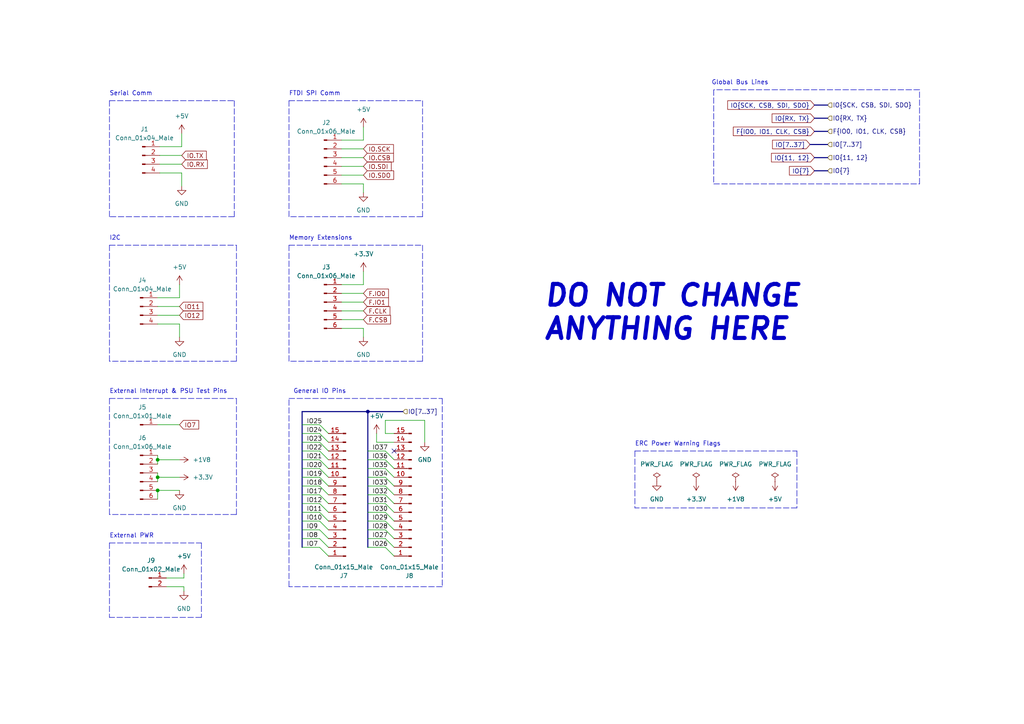
<source format=kicad_sch>
(kicad_sch (version 20211123) (generator eeschema)

  (uuid 65111e71-6625-4917-9d85-c840c5748112)

  (paper "A4")

  (title_block
    (title "Rauf Emre Erkiletlioglu")
    (date "2023-01-28")
    (company "SoCET Shield Dev.")
  )

  (lib_symbols
    (symbol "Connector:Conn_01x01_Male" (pin_names (offset 1.016) hide) (in_bom yes) (on_board yes)
      (property "Reference" "J" (id 0) (at 0 2.54 0)
        (effects (font (size 1.27 1.27)))
      )
      (property "Value" "Conn_01x01_Male" (id 1) (at 0 -2.54 0)
        (effects (font (size 1.27 1.27)))
      )
      (property "Footprint" "" (id 2) (at 0 0 0)
        (effects (font (size 1.27 1.27)) hide)
      )
      (property "Datasheet" "~" (id 3) (at 0 0 0)
        (effects (font (size 1.27 1.27)) hide)
      )
      (property "ki_keywords" "connector" (id 4) (at 0 0 0)
        (effects (font (size 1.27 1.27)) hide)
      )
      (property "ki_description" "Generic connector, single row, 01x01, script generated (kicad-library-utils/schlib/autogen/connector/)" (id 5) (at 0 0 0)
        (effects (font (size 1.27 1.27)) hide)
      )
      (property "ki_fp_filters" "Connector*:*" (id 6) (at 0 0 0)
        (effects (font (size 1.27 1.27)) hide)
      )
      (symbol "Conn_01x01_Male_1_1"
        (polyline
          (pts
            (xy 1.27 0)
            (xy 0.8636 0)
          )
          (stroke (width 0.1524) (type default) (color 0 0 0 0))
          (fill (type none))
        )
        (rectangle (start 0.8636 0.127) (end 0 -0.127)
          (stroke (width 0.1524) (type default) (color 0 0 0 0))
          (fill (type outline))
        )
        (pin passive line (at 5.08 0 180) (length 3.81)
          (name "Pin_1" (effects (font (size 1.27 1.27))))
          (number "1" (effects (font (size 1.27 1.27))))
        )
      )
    )
    (symbol "Connector:Conn_01x02_Male" (pin_names (offset 1.016) hide) (in_bom yes) (on_board yes)
      (property "Reference" "J" (id 0) (at 0 2.54 0)
        (effects (font (size 1.27 1.27)))
      )
      (property "Value" "Conn_01x02_Male" (id 1) (at 0 -5.08 0)
        (effects (font (size 1.27 1.27)))
      )
      (property "Footprint" "" (id 2) (at 0 0 0)
        (effects (font (size 1.27 1.27)) hide)
      )
      (property "Datasheet" "~" (id 3) (at 0 0 0)
        (effects (font (size 1.27 1.27)) hide)
      )
      (property "ki_keywords" "connector" (id 4) (at 0 0 0)
        (effects (font (size 1.27 1.27)) hide)
      )
      (property "ki_description" "Generic connector, single row, 01x02, script generated (kicad-library-utils/schlib/autogen/connector/)" (id 5) (at 0 0 0)
        (effects (font (size 1.27 1.27)) hide)
      )
      (property "ki_fp_filters" "Connector*:*_1x??_*" (id 6) (at 0 0 0)
        (effects (font (size 1.27 1.27)) hide)
      )
      (symbol "Conn_01x02_Male_1_1"
        (polyline
          (pts
            (xy 1.27 -2.54)
            (xy 0.8636 -2.54)
          )
          (stroke (width 0.1524) (type default) (color 0 0 0 0))
          (fill (type none))
        )
        (polyline
          (pts
            (xy 1.27 0)
            (xy 0.8636 0)
          )
          (stroke (width 0.1524) (type default) (color 0 0 0 0))
          (fill (type none))
        )
        (rectangle (start 0.8636 -2.413) (end 0 -2.667)
          (stroke (width 0.1524) (type default) (color 0 0 0 0))
          (fill (type outline))
        )
        (rectangle (start 0.8636 0.127) (end 0 -0.127)
          (stroke (width 0.1524) (type default) (color 0 0 0 0))
          (fill (type outline))
        )
        (pin passive line (at 5.08 0 180) (length 3.81)
          (name "Pin_1" (effects (font (size 1.27 1.27))))
          (number "1" (effects (font (size 1.27 1.27))))
        )
        (pin passive line (at 5.08 -2.54 180) (length 3.81)
          (name "Pin_2" (effects (font (size 1.27 1.27))))
          (number "2" (effects (font (size 1.27 1.27))))
        )
      )
    )
    (symbol "Connector:Conn_01x04_Male" (pin_names (offset 1.016) hide) (in_bom yes) (on_board yes)
      (property "Reference" "J" (id 0) (at 0 5.08 0)
        (effects (font (size 1.27 1.27)))
      )
      (property "Value" "Conn_01x04_Male" (id 1) (at 0 -7.62 0)
        (effects (font (size 1.27 1.27)))
      )
      (property "Footprint" "" (id 2) (at 0 0 0)
        (effects (font (size 1.27 1.27)) hide)
      )
      (property "Datasheet" "~" (id 3) (at 0 0 0)
        (effects (font (size 1.27 1.27)) hide)
      )
      (property "ki_keywords" "connector" (id 4) (at 0 0 0)
        (effects (font (size 1.27 1.27)) hide)
      )
      (property "ki_description" "Generic connector, single row, 01x04, script generated (kicad-library-utils/schlib/autogen/connector/)" (id 5) (at 0 0 0)
        (effects (font (size 1.27 1.27)) hide)
      )
      (property "ki_fp_filters" "Connector*:*_1x??_*" (id 6) (at 0 0 0)
        (effects (font (size 1.27 1.27)) hide)
      )
      (symbol "Conn_01x04_Male_1_1"
        (polyline
          (pts
            (xy 1.27 -5.08)
            (xy 0.8636 -5.08)
          )
          (stroke (width 0.1524) (type default) (color 0 0 0 0))
          (fill (type none))
        )
        (polyline
          (pts
            (xy 1.27 -2.54)
            (xy 0.8636 -2.54)
          )
          (stroke (width 0.1524) (type default) (color 0 0 0 0))
          (fill (type none))
        )
        (polyline
          (pts
            (xy 1.27 0)
            (xy 0.8636 0)
          )
          (stroke (width 0.1524) (type default) (color 0 0 0 0))
          (fill (type none))
        )
        (polyline
          (pts
            (xy 1.27 2.54)
            (xy 0.8636 2.54)
          )
          (stroke (width 0.1524) (type default) (color 0 0 0 0))
          (fill (type none))
        )
        (rectangle (start 0.8636 -4.953) (end 0 -5.207)
          (stroke (width 0.1524) (type default) (color 0 0 0 0))
          (fill (type outline))
        )
        (rectangle (start 0.8636 -2.413) (end 0 -2.667)
          (stroke (width 0.1524) (type default) (color 0 0 0 0))
          (fill (type outline))
        )
        (rectangle (start 0.8636 0.127) (end 0 -0.127)
          (stroke (width 0.1524) (type default) (color 0 0 0 0))
          (fill (type outline))
        )
        (rectangle (start 0.8636 2.667) (end 0 2.413)
          (stroke (width 0.1524) (type default) (color 0 0 0 0))
          (fill (type outline))
        )
        (pin passive line (at 5.08 2.54 180) (length 3.81)
          (name "Pin_1" (effects (font (size 1.27 1.27))))
          (number "1" (effects (font (size 1.27 1.27))))
        )
        (pin passive line (at 5.08 0 180) (length 3.81)
          (name "Pin_2" (effects (font (size 1.27 1.27))))
          (number "2" (effects (font (size 1.27 1.27))))
        )
        (pin passive line (at 5.08 -2.54 180) (length 3.81)
          (name "Pin_3" (effects (font (size 1.27 1.27))))
          (number "3" (effects (font (size 1.27 1.27))))
        )
        (pin passive line (at 5.08 -5.08 180) (length 3.81)
          (name "Pin_4" (effects (font (size 1.27 1.27))))
          (number "4" (effects (font (size 1.27 1.27))))
        )
      )
    )
    (symbol "Connector:Conn_01x06_Male" (pin_names (offset 1.016) hide) (in_bom yes) (on_board yes)
      (property "Reference" "J" (id 0) (at 0 7.62 0)
        (effects (font (size 1.27 1.27)))
      )
      (property "Value" "Conn_01x06_Male" (id 1) (at 0 -10.16 0)
        (effects (font (size 1.27 1.27)))
      )
      (property "Footprint" "" (id 2) (at 0 0 0)
        (effects (font (size 1.27 1.27)) hide)
      )
      (property "Datasheet" "~" (id 3) (at 0 0 0)
        (effects (font (size 1.27 1.27)) hide)
      )
      (property "ki_keywords" "connector" (id 4) (at 0 0 0)
        (effects (font (size 1.27 1.27)) hide)
      )
      (property "ki_description" "Generic connector, single row, 01x06, script generated (kicad-library-utils/schlib/autogen/connector/)" (id 5) (at 0 0 0)
        (effects (font (size 1.27 1.27)) hide)
      )
      (property "ki_fp_filters" "Connector*:*_1x??_*" (id 6) (at 0 0 0)
        (effects (font (size 1.27 1.27)) hide)
      )
      (symbol "Conn_01x06_Male_1_1"
        (polyline
          (pts
            (xy 1.27 -7.62)
            (xy 0.8636 -7.62)
          )
          (stroke (width 0.1524) (type default) (color 0 0 0 0))
          (fill (type none))
        )
        (polyline
          (pts
            (xy 1.27 -5.08)
            (xy 0.8636 -5.08)
          )
          (stroke (width 0.1524) (type default) (color 0 0 0 0))
          (fill (type none))
        )
        (polyline
          (pts
            (xy 1.27 -2.54)
            (xy 0.8636 -2.54)
          )
          (stroke (width 0.1524) (type default) (color 0 0 0 0))
          (fill (type none))
        )
        (polyline
          (pts
            (xy 1.27 0)
            (xy 0.8636 0)
          )
          (stroke (width 0.1524) (type default) (color 0 0 0 0))
          (fill (type none))
        )
        (polyline
          (pts
            (xy 1.27 2.54)
            (xy 0.8636 2.54)
          )
          (stroke (width 0.1524) (type default) (color 0 0 0 0))
          (fill (type none))
        )
        (polyline
          (pts
            (xy 1.27 5.08)
            (xy 0.8636 5.08)
          )
          (stroke (width 0.1524) (type default) (color 0 0 0 0))
          (fill (type none))
        )
        (rectangle (start 0.8636 -7.493) (end 0 -7.747)
          (stroke (width 0.1524) (type default) (color 0 0 0 0))
          (fill (type outline))
        )
        (rectangle (start 0.8636 -4.953) (end 0 -5.207)
          (stroke (width 0.1524) (type default) (color 0 0 0 0))
          (fill (type outline))
        )
        (rectangle (start 0.8636 -2.413) (end 0 -2.667)
          (stroke (width 0.1524) (type default) (color 0 0 0 0))
          (fill (type outline))
        )
        (rectangle (start 0.8636 0.127) (end 0 -0.127)
          (stroke (width 0.1524) (type default) (color 0 0 0 0))
          (fill (type outline))
        )
        (rectangle (start 0.8636 2.667) (end 0 2.413)
          (stroke (width 0.1524) (type default) (color 0 0 0 0))
          (fill (type outline))
        )
        (rectangle (start 0.8636 5.207) (end 0 4.953)
          (stroke (width 0.1524) (type default) (color 0 0 0 0))
          (fill (type outline))
        )
        (pin passive line (at 5.08 5.08 180) (length 3.81)
          (name "Pin_1" (effects (font (size 1.27 1.27))))
          (number "1" (effects (font (size 1.27 1.27))))
        )
        (pin passive line (at 5.08 2.54 180) (length 3.81)
          (name "Pin_2" (effects (font (size 1.27 1.27))))
          (number "2" (effects (font (size 1.27 1.27))))
        )
        (pin passive line (at 5.08 0 180) (length 3.81)
          (name "Pin_3" (effects (font (size 1.27 1.27))))
          (number "3" (effects (font (size 1.27 1.27))))
        )
        (pin passive line (at 5.08 -2.54 180) (length 3.81)
          (name "Pin_4" (effects (font (size 1.27 1.27))))
          (number "4" (effects (font (size 1.27 1.27))))
        )
        (pin passive line (at 5.08 -5.08 180) (length 3.81)
          (name "Pin_5" (effects (font (size 1.27 1.27))))
          (number "5" (effects (font (size 1.27 1.27))))
        )
        (pin passive line (at 5.08 -7.62 180) (length 3.81)
          (name "Pin_6" (effects (font (size 1.27 1.27))))
          (number "6" (effects (font (size 1.27 1.27))))
        )
      )
    )
    (symbol "Connector:Conn_01x15_Male" (pin_names (offset 1.016) hide) (in_bom yes) (on_board yes)
      (property "Reference" "J" (id 0) (at 0 20.32 0)
        (effects (font (size 1.27 1.27)))
      )
      (property "Value" "Conn_01x15_Male" (id 1) (at 0 -20.32 0)
        (effects (font (size 1.27 1.27)))
      )
      (property "Footprint" "" (id 2) (at 0 0 0)
        (effects (font (size 1.27 1.27)) hide)
      )
      (property "Datasheet" "~" (id 3) (at 0 0 0)
        (effects (font (size 1.27 1.27)) hide)
      )
      (property "ki_keywords" "connector" (id 4) (at 0 0 0)
        (effects (font (size 1.27 1.27)) hide)
      )
      (property "ki_description" "Generic connector, single row, 01x15, script generated (kicad-library-utils/schlib/autogen/connector/)" (id 5) (at 0 0 0)
        (effects (font (size 1.27 1.27)) hide)
      )
      (property "ki_fp_filters" "Connector*:*_1x??_*" (id 6) (at 0 0 0)
        (effects (font (size 1.27 1.27)) hide)
      )
      (symbol "Conn_01x15_Male_1_1"
        (polyline
          (pts
            (xy 1.27 -17.78)
            (xy 0.8636 -17.78)
          )
          (stroke (width 0.1524) (type default) (color 0 0 0 0))
          (fill (type none))
        )
        (polyline
          (pts
            (xy 1.27 -15.24)
            (xy 0.8636 -15.24)
          )
          (stroke (width 0.1524) (type default) (color 0 0 0 0))
          (fill (type none))
        )
        (polyline
          (pts
            (xy 1.27 -12.7)
            (xy 0.8636 -12.7)
          )
          (stroke (width 0.1524) (type default) (color 0 0 0 0))
          (fill (type none))
        )
        (polyline
          (pts
            (xy 1.27 -10.16)
            (xy 0.8636 -10.16)
          )
          (stroke (width 0.1524) (type default) (color 0 0 0 0))
          (fill (type none))
        )
        (polyline
          (pts
            (xy 1.27 -7.62)
            (xy 0.8636 -7.62)
          )
          (stroke (width 0.1524) (type default) (color 0 0 0 0))
          (fill (type none))
        )
        (polyline
          (pts
            (xy 1.27 -5.08)
            (xy 0.8636 -5.08)
          )
          (stroke (width 0.1524) (type default) (color 0 0 0 0))
          (fill (type none))
        )
        (polyline
          (pts
            (xy 1.27 -2.54)
            (xy 0.8636 -2.54)
          )
          (stroke (width 0.1524) (type default) (color 0 0 0 0))
          (fill (type none))
        )
        (polyline
          (pts
            (xy 1.27 0)
            (xy 0.8636 0)
          )
          (stroke (width 0.1524) (type default) (color 0 0 0 0))
          (fill (type none))
        )
        (polyline
          (pts
            (xy 1.27 2.54)
            (xy 0.8636 2.54)
          )
          (stroke (width 0.1524) (type default) (color 0 0 0 0))
          (fill (type none))
        )
        (polyline
          (pts
            (xy 1.27 5.08)
            (xy 0.8636 5.08)
          )
          (stroke (width 0.1524) (type default) (color 0 0 0 0))
          (fill (type none))
        )
        (polyline
          (pts
            (xy 1.27 7.62)
            (xy 0.8636 7.62)
          )
          (stroke (width 0.1524) (type default) (color 0 0 0 0))
          (fill (type none))
        )
        (polyline
          (pts
            (xy 1.27 10.16)
            (xy 0.8636 10.16)
          )
          (stroke (width 0.1524) (type default) (color 0 0 0 0))
          (fill (type none))
        )
        (polyline
          (pts
            (xy 1.27 12.7)
            (xy 0.8636 12.7)
          )
          (stroke (width 0.1524) (type default) (color 0 0 0 0))
          (fill (type none))
        )
        (polyline
          (pts
            (xy 1.27 15.24)
            (xy 0.8636 15.24)
          )
          (stroke (width 0.1524) (type default) (color 0 0 0 0))
          (fill (type none))
        )
        (polyline
          (pts
            (xy 1.27 17.78)
            (xy 0.8636 17.78)
          )
          (stroke (width 0.1524) (type default) (color 0 0 0 0))
          (fill (type none))
        )
        (rectangle (start 0.8636 -17.653) (end 0 -17.907)
          (stroke (width 0.1524) (type default) (color 0 0 0 0))
          (fill (type outline))
        )
        (rectangle (start 0.8636 -15.113) (end 0 -15.367)
          (stroke (width 0.1524) (type default) (color 0 0 0 0))
          (fill (type outline))
        )
        (rectangle (start 0.8636 -12.573) (end 0 -12.827)
          (stroke (width 0.1524) (type default) (color 0 0 0 0))
          (fill (type outline))
        )
        (rectangle (start 0.8636 -10.033) (end 0 -10.287)
          (stroke (width 0.1524) (type default) (color 0 0 0 0))
          (fill (type outline))
        )
        (rectangle (start 0.8636 -7.493) (end 0 -7.747)
          (stroke (width 0.1524) (type default) (color 0 0 0 0))
          (fill (type outline))
        )
        (rectangle (start 0.8636 -4.953) (end 0 -5.207)
          (stroke (width 0.1524) (type default) (color 0 0 0 0))
          (fill (type outline))
        )
        (rectangle (start 0.8636 -2.413) (end 0 -2.667)
          (stroke (width 0.1524) (type default) (color 0 0 0 0))
          (fill (type outline))
        )
        (rectangle (start 0.8636 0.127) (end 0 -0.127)
          (stroke (width 0.1524) (type default) (color 0 0 0 0))
          (fill (type outline))
        )
        (rectangle (start 0.8636 2.667) (end 0 2.413)
          (stroke (width 0.1524) (type default) (color 0 0 0 0))
          (fill (type outline))
        )
        (rectangle (start 0.8636 5.207) (end 0 4.953)
          (stroke (width 0.1524) (type default) (color 0 0 0 0))
          (fill (type outline))
        )
        (rectangle (start 0.8636 7.747) (end 0 7.493)
          (stroke (width 0.1524) (type default) (color 0 0 0 0))
          (fill (type outline))
        )
        (rectangle (start 0.8636 10.287) (end 0 10.033)
          (stroke (width 0.1524) (type default) (color 0 0 0 0))
          (fill (type outline))
        )
        (rectangle (start 0.8636 12.827) (end 0 12.573)
          (stroke (width 0.1524) (type default) (color 0 0 0 0))
          (fill (type outline))
        )
        (rectangle (start 0.8636 15.367) (end 0 15.113)
          (stroke (width 0.1524) (type default) (color 0 0 0 0))
          (fill (type outline))
        )
        (rectangle (start 0.8636 17.907) (end 0 17.653)
          (stroke (width 0.1524) (type default) (color 0 0 0 0))
          (fill (type outline))
        )
        (pin passive line (at 5.08 17.78 180) (length 3.81)
          (name "Pin_1" (effects (font (size 1.27 1.27))))
          (number "1" (effects (font (size 1.27 1.27))))
        )
        (pin passive line (at 5.08 -5.08 180) (length 3.81)
          (name "Pin_10" (effects (font (size 1.27 1.27))))
          (number "10" (effects (font (size 1.27 1.27))))
        )
        (pin passive line (at 5.08 -7.62 180) (length 3.81)
          (name "Pin_11" (effects (font (size 1.27 1.27))))
          (number "11" (effects (font (size 1.27 1.27))))
        )
        (pin passive line (at 5.08 -10.16 180) (length 3.81)
          (name "Pin_12" (effects (font (size 1.27 1.27))))
          (number "12" (effects (font (size 1.27 1.27))))
        )
        (pin passive line (at 5.08 -12.7 180) (length 3.81)
          (name "Pin_13" (effects (font (size 1.27 1.27))))
          (number "13" (effects (font (size 1.27 1.27))))
        )
        (pin passive line (at 5.08 -15.24 180) (length 3.81)
          (name "Pin_14" (effects (font (size 1.27 1.27))))
          (number "14" (effects (font (size 1.27 1.27))))
        )
        (pin passive line (at 5.08 -17.78 180) (length 3.81)
          (name "Pin_15" (effects (font (size 1.27 1.27))))
          (number "15" (effects (font (size 1.27 1.27))))
        )
        (pin passive line (at 5.08 15.24 180) (length 3.81)
          (name "Pin_2" (effects (font (size 1.27 1.27))))
          (number "2" (effects (font (size 1.27 1.27))))
        )
        (pin passive line (at 5.08 12.7 180) (length 3.81)
          (name "Pin_3" (effects (font (size 1.27 1.27))))
          (number "3" (effects (font (size 1.27 1.27))))
        )
        (pin passive line (at 5.08 10.16 180) (length 3.81)
          (name "Pin_4" (effects (font (size 1.27 1.27))))
          (number "4" (effects (font (size 1.27 1.27))))
        )
        (pin passive line (at 5.08 7.62 180) (length 3.81)
          (name "Pin_5" (effects (font (size 1.27 1.27))))
          (number "5" (effects (font (size 1.27 1.27))))
        )
        (pin passive line (at 5.08 5.08 180) (length 3.81)
          (name "Pin_6" (effects (font (size 1.27 1.27))))
          (number "6" (effects (font (size 1.27 1.27))))
        )
        (pin passive line (at 5.08 2.54 180) (length 3.81)
          (name "Pin_7" (effects (font (size 1.27 1.27))))
          (number "7" (effects (font (size 1.27 1.27))))
        )
        (pin passive line (at 5.08 0 180) (length 3.81)
          (name "Pin_8" (effects (font (size 1.27 1.27))))
          (number "8" (effects (font (size 1.27 1.27))))
        )
        (pin passive line (at 5.08 -2.54 180) (length 3.81)
          (name "Pin_9" (effects (font (size 1.27 1.27))))
          (number "9" (effects (font (size 1.27 1.27))))
        )
      )
    )
    (symbol "power:+1V8" (power) (pin_names (offset 0)) (in_bom yes) (on_board yes)
      (property "Reference" "#PWR" (id 0) (at 0 -3.81 0)
        (effects (font (size 1.27 1.27)) hide)
      )
      (property "Value" "+1V8" (id 1) (at 0 3.556 0)
        (effects (font (size 1.27 1.27)))
      )
      (property "Footprint" "" (id 2) (at 0 0 0)
        (effects (font (size 1.27 1.27)) hide)
      )
      (property "Datasheet" "" (id 3) (at 0 0 0)
        (effects (font (size 1.27 1.27)) hide)
      )
      (property "ki_keywords" "power-flag" (id 4) (at 0 0 0)
        (effects (font (size 1.27 1.27)) hide)
      )
      (property "ki_description" "Power symbol creates a global label with name \"+1V8\"" (id 5) (at 0 0 0)
        (effects (font (size 1.27 1.27)) hide)
      )
      (symbol "+1V8_0_1"
        (polyline
          (pts
            (xy -0.762 1.27)
            (xy 0 2.54)
          )
          (stroke (width 0) (type default) (color 0 0 0 0))
          (fill (type none))
        )
        (polyline
          (pts
            (xy 0 0)
            (xy 0 2.54)
          )
          (stroke (width 0) (type default) (color 0 0 0 0))
          (fill (type none))
        )
        (polyline
          (pts
            (xy 0 2.54)
            (xy 0.762 1.27)
          )
          (stroke (width 0) (type default) (color 0 0 0 0))
          (fill (type none))
        )
      )
      (symbol "+1V8_1_1"
        (pin power_in line (at 0 0 90) (length 0) hide
          (name "+1V8" (effects (font (size 1.27 1.27))))
          (number "1" (effects (font (size 1.27 1.27))))
        )
      )
    )
    (symbol "power:+3.3V" (power) (pin_names (offset 0)) (in_bom yes) (on_board yes)
      (property "Reference" "#PWR" (id 0) (at 0 -3.81 0)
        (effects (font (size 1.27 1.27)) hide)
      )
      (property "Value" "+3.3V" (id 1) (at 0 3.556 0)
        (effects (font (size 1.27 1.27)))
      )
      (property "Footprint" "" (id 2) (at 0 0 0)
        (effects (font (size 1.27 1.27)) hide)
      )
      (property "Datasheet" "" (id 3) (at 0 0 0)
        (effects (font (size 1.27 1.27)) hide)
      )
      (property "ki_keywords" "power-flag" (id 4) (at 0 0 0)
        (effects (font (size 1.27 1.27)) hide)
      )
      (property "ki_description" "Power symbol creates a global label with name \"+3.3V\"" (id 5) (at 0 0 0)
        (effects (font (size 1.27 1.27)) hide)
      )
      (symbol "+3.3V_0_1"
        (polyline
          (pts
            (xy -0.762 1.27)
            (xy 0 2.54)
          )
          (stroke (width 0) (type default) (color 0 0 0 0))
          (fill (type none))
        )
        (polyline
          (pts
            (xy 0 0)
            (xy 0 2.54)
          )
          (stroke (width 0) (type default) (color 0 0 0 0))
          (fill (type none))
        )
        (polyline
          (pts
            (xy 0 2.54)
            (xy 0.762 1.27)
          )
          (stroke (width 0) (type default) (color 0 0 0 0))
          (fill (type none))
        )
      )
      (symbol "+3.3V_1_1"
        (pin power_in line (at 0 0 90) (length 0) hide
          (name "+3.3V" (effects (font (size 1.27 1.27))))
          (number "1" (effects (font (size 1.27 1.27))))
        )
      )
    )
    (symbol "power:+5V" (power) (pin_names (offset 0)) (in_bom yes) (on_board yes)
      (property "Reference" "#PWR" (id 0) (at 0 -3.81 0)
        (effects (font (size 1.27 1.27)) hide)
      )
      (property "Value" "+5V" (id 1) (at 0 3.556 0)
        (effects (font (size 1.27 1.27)))
      )
      (property "Footprint" "" (id 2) (at 0 0 0)
        (effects (font (size 1.27 1.27)) hide)
      )
      (property "Datasheet" "" (id 3) (at 0 0 0)
        (effects (font (size 1.27 1.27)) hide)
      )
      (property "ki_keywords" "power-flag" (id 4) (at 0 0 0)
        (effects (font (size 1.27 1.27)) hide)
      )
      (property "ki_description" "Power symbol creates a global label with name \"+5V\"" (id 5) (at 0 0 0)
        (effects (font (size 1.27 1.27)) hide)
      )
      (symbol "+5V_0_1"
        (polyline
          (pts
            (xy -0.762 1.27)
            (xy 0 2.54)
          )
          (stroke (width 0) (type default) (color 0 0 0 0))
          (fill (type none))
        )
        (polyline
          (pts
            (xy 0 0)
            (xy 0 2.54)
          )
          (stroke (width 0) (type default) (color 0 0 0 0))
          (fill (type none))
        )
        (polyline
          (pts
            (xy 0 2.54)
            (xy 0.762 1.27)
          )
          (stroke (width 0) (type default) (color 0 0 0 0))
          (fill (type none))
        )
      )
      (symbol "+5V_1_1"
        (pin power_in line (at 0 0 90) (length 0) hide
          (name "+5V" (effects (font (size 1.27 1.27))))
          (number "1" (effects (font (size 1.27 1.27))))
        )
      )
    )
    (symbol "power:GND" (power) (pin_names (offset 0)) (in_bom yes) (on_board yes)
      (property "Reference" "#PWR" (id 0) (at 0 -6.35 0)
        (effects (font (size 1.27 1.27)) hide)
      )
      (property "Value" "GND" (id 1) (at 0 -3.81 0)
        (effects (font (size 1.27 1.27)))
      )
      (property "Footprint" "" (id 2) (at 0 0 0)
        (effects (font (size 1.27 1.27)) hide)
      )
      (property "Datasheet" "" (id 3) (at 0 0 0)
        (effects (font (size 1.27 1.27)) hide)
      )
      (property "ki_keywords" "power-flag" (id 4) (at 0 0 0)
        (effects (font (size 1.27 1.27)) hide)
      )
      (property "ki_description" "Power symbol creates a global label with name \"GND\" , ground" (id 5) (at 0 0 0)
        (effects (font (size 1.27 1.27)) hide)
      )
      (symbol "GND_0_1"
        (polyline
          (pts
            (xy 0 0)
            (xy 0 -1.27)
            (xy 1.27 -1.27)
            (xy 0 -2.54)
            (xy -1.27 -1.27)
            (xy 0 -1.27)
          )
          (stroke (width 0) (type default) (color 0 0 0 0))
          (fill (type none))
        )
      )
      (symbol "GND_1_1"
        (pin power_in line (at 0 0 270) (length 0) hide
          (name "GND" (effects (font (size 1.27 1.27))))
          (number "1" (effects (font (size 1.27 1.27))))
        )
      )
    )
    (symbol "power:PWR_FLAG" (power) (pin_numbers hide) (pin_names (offset 0) hide) (in_bom yes) (on_board yes)
      (property "Reference" "#FLG" (id 0) (at 0 1.905 0)
        (effects (font (size 1.27 1.27)) hide)
      )
      (property "Value" "PWR_FLAG" (id 1) (at 0 3.81 0)
        (effects (font (size 1.27 1.27)))
      )
      (property "Footprint" "" (id 2) (at 0 0 0)
        (effects (font (size 1.27 1.27)) hide)
      )
      (property "Datasheet" "~" (id 3) (at 0 0 0)
        (effects (font (size 1.27 1.27)) hide)
      )
      (property "ki_keywords" "power-flag" (id 4) (at 0 0 0)
        (effects (font (size 1.27 1.27)) hide)
      )
      (property "ki_description" "Special symbol for telling ERC where power comes from" (id 5) (at 0 0 0)
        (effects (font (size 1.27 1.27)) hide)
      )
      (symbol "PWR_FLAG_0_0"
        (pin power_out line (at 0 0 90) (length 0)
          (name "pwr" (effects (font (size 1.27 1.27))))
          (number "1" (effects (font (size 1.27 1.27))))
        )
      )
      (symbol "PWR_FLAG_0_1"
        (polyline
          (pts
            (xy 0 0)
            (xy 0 1.27)
            (xy -1.016 1.905)
            (xy 0 2.54)
            (xy 1.016 1.905)
            (xy 0 1.27)
          )
          (stroke (width 0) (type default) (color 0 0 0 0))
          (fill (type none))
        )
      )
    )
  )


  (junction (at 45.72 133.35) (diameter 0) (color 0 0 0 0)
    (uuid 35aa5d08-cdfd-4518-bca3-4e465455d5de)
  )
  (junction (at 106.68 119.38) (diameter 0) (color 0 0 0 0)
    (uuid 50c7ec8e-47dd-4ddc-96aa-eeeaecee4720)
  )
  (junction (at 45.72 138.43) (diameter 0) (color 0 0 0 0)
    (uuid 550f97c2-e50e-4494-b7b5-82b8d8ad8175)
  )
  (junction (at 45.72 142.24) (diameter 0) (color 0 0 0 0)
    (uuid e70d098a-ad60-4617-915c-94efe114cb06)
  )

  (no_connect (at 114.3 130.81) (uuid 42204f27-511d-4598-beec-8b7d260eac99))

  (bus_entry (at 95.25 135.89) (size -2.54 -2.54)
    (stroke (width 0) (type default) (color 0 0 0 0))
    (uuid 04a80cd2-a619-4ed2-8fc0-d086354ae96b)
  )
  (bus_entry (at 95.25 151.13) (size -2.54 -2.54)
    (stroke (width 0) (type default) (color 0 0 0 0))
    (uuid 088e99ca-74a8-4dd7-aed8-c30b1ea5d9b9)
  )
  (bus_entry (at 114.3 133.35) (size -2.54 -2.54)
    (stroke (width 0) (type default) (color 0 0 0 0))
    (uuid 12b05bd5-ae18-49c7-8433-6d2d0b497ec8)
  )
  (bus_entry (at 114.3 151.13) (size -2.54 -2.54)
    (stroke (width 0) (type default) (color 0 0 0 0))
    (uuid 32684175-5098-4256-9f85-1709b6bb942b)
  )
  (bus_entry (at 95.25 128.27) (size -2.54 -2.54)
    (stroke (width 0) (type default) (color 0 0 0 0))
    (uuid 365a3cbe-0a49-4a29-9937-bb72dce4968a)
  )
  (bus_entry (at 95.25 153.67) (size -2.54 -2.54)
    (stroke (width 0) (type default) (color 0 0 0 0))
    (uuid 384af575-d5fb-4485-9578-bdb7f054043e)
  )
  (bus_entry (at 114.3 146.05) (size -2.54 -2.54)
    (stroke (width 0) (type default) (color 0 0 0 0))
    (uuid 435413da-5abb-40f7-a3f7-f1f18142be0c)
  )
  (bus_entry (at 95.25 140.97) (size -2.54 -2.54)
    (stroke (width 0) (type default) (color 0 0 0 0))
    (uuid 45f11c99-5bea-419b-93ab-3ad40d7b103e)
  )
  (bus_entry (at 95.25 156.21) (size -2.54 -2.54)
    (stroke (width 0) (type default) (color 0 0 0 0))
    (uuid 4a7b1e70-db71-4cb4-b4d9-ee2db0e3e964)
  )
  (bus_entry (at 95.25 161.29) (size -2.54 -2.54)
    (stroke (width 0) (type default) (color 0 0 0 0))
    (uuid 4cbaeb80-6456-455e-a37c-d25f687b4a12)
  )
  (bus_entry (at 114.3 153.67) (size -2.54 -2.54)
    (stroke (width 0) (type default) (color 0 0 0 0))
    (uuid 58278a64-dcd3-484c-84e6-bbc11c372116)
  )
  (bus_entry (at 114.3 156.21) (size -2.54 -2.54)
    (stroke (width 0) (type default) (color 0 0 0 0))
    (uuid 6e76ca39-b138-41d1-89e0-18a6a4cf4023)
  )
  (bus_entry (at 114.3 138.43) (size -2.54 -2.54)
    (stroke (width 0) (type default) (color 0 0 0 0))
    (uuid 70630e01-ed38-4591-a5fc-d329cd3df18f)
  )
  (bus_entry (at 114.3 135.89) (size -2.54 -2.54)
    (stroke (width 0) (type default) (color 0 0 0 0))
    (uuid 7ea8435e-bd9b-4a6a-9007-533d09f3ee5e)
  )
  (bus_entry (at 114.3 158.75) (size -2.54 -2.54)
    (stroke (width 0) (type default) (color 0 0 0 0))
    (uuid 7fa82300-c7a3-485a-b54d-bbaeeebd8cfa)
  )
  (bus_entry (at 95.25 148.59) (size -2.54 -2.54)
    (stroke (width 0) (type default) (color 0 0 0 0))
    (uuid 9143ac38-528e-430a-8db1-bd2e3a1c65f5)
  )
  (bus_entry (at 114.3 161.29) (size -2.54 -2.54)
    (stroke (width 0) (type default) (color 0 0 0 0))
    (uuid 97fa6a8c-abc4-4d7a-bc1f-b4c10552813f)
  )
  (bus_entry (at 95.25 138.43) (size -2.54 -2.54)
    (stroke (width 0) (type default) (color 0 0 0 0))
    (uuid 9d92afdc-1cd1-4760-9bea-9f51dd7b237c)
  )
  (bus_entry (at 95.25 130.81) (size -2.54 -2.54)
    (stroke (width 0) (type default) (color 0 0 0 0))
    (uuid a1245cc7-5c00-4ef3-ab1f-afc5cf6ad491)
  )
  (bus_entry (at 114.3 140.97) (size -2.54 -2.54)
    (stroke (width 0) (type default) (color 0 0 0 0))
    (uuid b1119abd-81a3-44a1-80d7-7db1cbcea99f)
  )
  (bus_entry (at 114.3 148.59) (size -2.54 -2.54)
    (stroke (width 0) (type default) (color 0 0 0 0))
    (uuid bfc0b42b-910f-4c5a-9247-795388364d90)
  )
  (bus_entry (at 95.25 146.05) (size -2.54 -2.54)
    (stroke (width 0) (type default) (color 0 0 0 0))
    (uuid c051fc26-d36e-43f7-a023-a08cabd3db3c)
  )
  (bus_entry (at 95.25 143.51) (size -2.54 -2.54)
    (stroke (width 0) (type default) (color 0 0 0 0))
    (uuid c7b297e8-7f62-4622-b677-d90bcc953a5b)
  )
  (bus_entry (at 95.25 125.73) (size -2.54 -2.54)
    (stroke (width 0) (type default) (color 0 0 0 0))
    (uuid d8ccb9a5-6144-4e46-8585-10a57d086f40)
  )
  (bus_entry (at 95.25 133.35) (size -2.54 -2.54)
    (stroke (width 0) (type default) (color 0 0 0 0))
    (uuid decc17d7-45c4-4b01-91c2-c1cb715d7f05)
  )
  (bus_entry (at 95.25 158.75) (size -2.54 -2.54)
    (stroke (width 0) (type default) (color 0 0 0 0))
    (uuid e0d62f18-3960-4bdc-a091-6effb82d5166)
  )
  (bus_entry (at 114.3 143.51) (size -2.54 -2.54)
    (stroke (width 0) (type default) (color 0 0 0 0))
    (uuid f97cd57d-05a7-4438-83e2-790bf8288c1d)
  )

  (wire (pts (xy 87.63 140.97) (xy 92.71 140.97))
    (stroke (width 0) (type default) (color 0 0 0 0))
    (uuid 00813a70-1c97-495a-a40f-091784f17cf8)
  )
  (polyline (pts (xy 266.7 26.035) (xy 207.01 26.035))
    (stroke (width 0) (type default) (color 0 0 0 0))
    (uuid 03af8a51-7dbd-49a9-9886-7014622a4e25)
  )

  (wire (pts (xy 87.63 158.75) (xy 92.71 158.75))
    (stroke (width 0) (type default) (color 0 0 0 0))
    (uuid 04013443-5ec9-48f1-ac03-8a5fd0b1c17b)
  )
  (wire (pts (xy 111.76 125.73) (xy 111.76 121.92))
    (stroke (width 0) (type default) (color 0 0 0 0))
    (uuid 05623174-5447-40f0-8dc5-1d2e38685fcd)
  )
  (polyline (pts (xy 31.75 149.225) (xy 31.75 115.57))
    (stroke (width 0) (type default) (color 0 0 0 0))
    (uuid 079be3c1-03fb-40ca-8231-33635bd1d2a9)
  )

  (wire (pts (xy 99.06 82.55) (xy 105.41 82.55))
    (stroke (width 0) (type default) (color 0 0 0 0))
    (uuid 09d0fb61-4cc8-4021-9c5f-50dd2f21fd9a)
  )
  (polyline (pts (xy 67.945 62.865) (xy 31.75 62.865))
    (stroke (width 0) (type default) (color 0 0 0 0))
    (uuid 0a1edc19-9f68-42f0-a0c3-593b3af92bab)
  )

  (wire (pts (xy 106.68 151.13) (xy 111.76 151.13))
    (stroke (width 0) (type default) (color 0 0 0 0))
    (uuid 0b0784ab-2762-4f30-a358-d96466d407ff)
  )
  (wire (pts (xy 45.72 142.24) (xy 52.07 142.24))
    (stroke (width 0) (type default) (color 0 0 0 0))
    (uuid 0e3ffc60-4f4b-4041-94b0-4f9920f7be1b)
  )
  (polyline (pts (xy 128.27 115.57) (xy 128.27 170.18))
    (stroke (width 0) (type default) (color 0 0 0 0))
    (uuid 10c7db3c-bc2d-473c-ac30-d5320ad301a8)
  )
  (polyline (pts (xy 58.42 157.48) (xy 58.42 179.07))
    (stroke (width 0) (type default) (color 0 0 0 0))
    (uuid 124ce85d-9220-4e5b-96e5-152eee0c3a4d)
  )

  (wire (pts (xy 87.63 148.59) (xy 92.71 148.59))
    (stroke (width 0) (type default) (color 0 0 0 0))
    (uuid 1447b2d9-df43-4552-8fb8-a8684e74f5bf)
  )
  (wire (pts (xy 87.63 130.81) (xy 92.71 130.81))
    (stroke (width 0) (type default) (color 0 0 0 0))
    (uuid 1652921c-6043-4403-9af5-8cb5d0c7984e)
  )
  (wire (pts (xy 114.3 125.73) (xy 111.76 125.73))
    (stroke (width 0) (type default) (color 0 0 0 0))
    (uuid 186836a0-4a30-426b-9d6b-f77e55f6bd4e)
  )
  (wire (pts (xy 45.72 138.43) (xy 45.72 139.7))
    (stroke (width 0) (type default) (color 0 0 0 0))
    (uuid 1aa2f43d-dca2-40de-951e-2b1fe0a13677)
  )
  (wire (pts (xy 106.68 130.81) (xy 111.76 130.81))
    (stroke (width 0) (type default) (color 0 0 0 0))
    (uuid 1b8d1d70-514d-4ce4-9aa8-d7117ae84cb5)
  )
  (polyline (pts (xy 231.14 147.32) (xy 184.15 147.32))
    (stroke (width 0) (type default) (color 0 0 0 0))
    (uuid 1bfdddc6-81f7-443b-b907-a54d7f467d1d)
  )

  (wire (pts (xy 87.63 125.73) (xy 92.71 125.73))
    (stroke (width 0) (type default) (color 0 0 0 0))
    (uuid 1cd80b3f-2ff3-4924-a7f0-1ac654dbe0f6)
  )
  (wire (pts (xy 99.06 95.25) (xy 105.41 95.25))
    (stroke (width 0) (type default) (color 0 0 0 0))
    (uuid 1d5e8ada-2660-429d-95e9-548c79ba6447)
  )
  (polyline (pts (xy 68.58 104.775) (xy 31.75 104.775))
    (stroke (width 0) (type default) (color 0 0 0 0))
    (uuid 1f21ea38-b566-403c-a002-1b308c651ee7)
  )

  (bus (pts (xy 106.68 119.38) (xy 106.68 158.75))
    (stroke (width 0) (type default) (color 0 0 0 0))
    (uuid 2208cd8e-f9ed-412e-b7ee-cf85d14208fe)
  )

  (wire (pts (xy 106.68 148.59) (xy 111.76 148.59))
    (stroke (width 0) (type default) (color 0 0 0 0))
    (uuid 22d46c0e-4b4a-42d7-b370-2824f39355b1)
  )
  (polyline (pts (xy 184.15 130.81) (xy 231.14 130.81))
    (stroke (width 0) (type default) (color 0 0 0 0))
    (uuid 2725c1ea-0c52-40be-ad30-c807dd163a7c)
  )

  (wire (pts (xy 99.06 40.64) (xy 105.41 40.64))
    (stroke (width 0) (type default) (color 0 0 0 0))
    (uuid 285da28d-998a-4d47-aee6-2800f7f08fdb)
  )
  (wire (pts (xy 45.72 86.36) (xy 52.07 86.36))
    (stroke (width 0) (type default) (color 0 0 0 0))
    (uuid 2bdb2b50-25e2-4529-891a-d58c48e50f52)
  )
  (wire (pts (xy 46.355 45.085) (xy 52.705 45.085))
    (stroke (width 0) (type default) (color 0 0 0 0))
    (uuid 2f093a4d-dffe-4bc1-869f-c5d62e11e68d)
  )
  (wire (pts (xy 52.07 82.55) (xy 52.07 86.36))
    (stroke (width 0) (type default) (color 0 0 0 0))
    (uuid 335909a8-2252-455e-8464-781c5aeee1b1)
  )
  (wire (pts (xy 45.72 142.24) (xy 45.72 144.78))
    (stroke (width 0) (type default) (color 0 0 0 0))
    (uuid 34250cec-b2ae-4c9f-bef4-ff292ce5e8a5)
  )
  (polyline (pts (xy 68.58 149.225) (xy 31.75 149.225))
    (stroke (width 0) (type default) (color 0 0 0 0))
    (uuid 3769b4c1-b62e-408a-b61c-39176ab9226a)
  )

  (wire (pts (xy 109.22 128.27) (xy 114.3 128.27))
    (stroke (width 0) (type default) (color 0 0 0 0))
    (uuid 3a14470b-425a-46c7-9b88-a27ad5763f85)
  )
  (wire (pts (xy 87.63 153.67) (xy 92.71 153.67))
    (stroke (width 0) (type default) (color 0 0 0 0))
    (uuid 3b0554eb-f139-4ea9-b6c0-27cf0f0c2f93)
  )
  (wire (pts (xy 52.07 93.98) (xy 52.07 97.79))
    (stroke (width 0) (type default) (color 0 0 0 0))
    (uuid 3b7ee806-171e-4854-a72a-78d7edb0690a)
  )
  (bus (pts (xy 236.22 34.29) (xy 240.03 34.29))
    (stroke (width 0) (type default) (color 0 0 0 0))
    (uuid 3bff42a7-9955-4d63-88c6-53738d3ac1ad)
  )

  (wire (pts (xy 45.72 133.35) (xy 45.72 134.62))
    (stroke (width 0) (type default) (color 0 0 0 0))
    (uuid 3fb1d822-f161-4aa7-8285-4620c7a8624b)
  )
  (polyline (pts (xy 184.15 130.81) (xy 184.15 147.32))
    (stroke (width 0) (type default) (color 0 0 0 0))
    (uuid 42899ca0-5a3c-4e6f-be34-fbcde2c5748d)
  )

  (wire (pts (xy 87.63 156.21) (xy 92.71 156.21))
    (stroke (width 0) (type default) (color 0 0 0 0))
    (uuid 45f968a7-a921-490f-892a-c9e775a2366e)
  )
  (bus (pts (xy 234.95 41.91) (xy 240.03 41.91))
    (stroke (width 0) (type default) (color 0 0 0 0))
    (uuid 473d47ea-1b15-4950-aa9f-2d66204db409)
  )

  (wire (pts (xy 45.72 88.9) (xy 52.07 88.9))
    (stroke (width 0) (type default) (color 0 0 0 0))
    (uuid 4813f6b2-4bb3-450c-83f3-9349ae2d9dca)
  )
  (polyline (pts (xy 58.42 179.07) (xy 31.75 179.07))
    (stroke (width 0) (type default) (color 0 0 0 0))
    (uuid 4aa52b11-26d8-40a8-a61d-679995a88ac8)
  )

  (wire (pts (xy 99.06 53.34) (xy 105.41 53.34))
    (stroke (width 0) (type default) (color 0 0 0 0))
    (uuid 4aa9d82f-b99e-4c47-b3b2-cf598c407f84)
  )
  (wire (pts (xy 45.72 91.44) (xy 52.07 91.44))
    (stroke (width 0) (type default) (color 0 0 0 0))
    (uuid 4c16edf4-0d40-4aa7-9eb2-1b1254e65e77)
  )
  (wire (pts (xy 53.34 170.18) (xy 53.34 171.45))
    (stroke (width 0) (type default) (color 0 0 0 0))
    (uuid 4de3669d-d437-4fe6-ac37-19b80d987656)
  )
  (wire (pts (xy 87.63 123.19) (xy 92.71 123.19))
    (stroke (width 0) (type default) (color 0 0 0 0))
    (uuid 50de6454-b753-454b-bdb9-b83d85f51a8a)
  )
  (polyline (pts (xy 67.945 29.21) (xy 67.945 62.865))
    (stroke (width 0) (type default) (color 0 0 0 0))
    (uuid 50e49794-9fd6-464e-b11f-1ea2a1e80d58)
  )

  (wire (pts (xy 52.07 138.43) (xy 45.72 138.43))
    (stroke (width 0) (type default) (color 0 0 0 0))
    (uuid 53378c47-f4cf-420c-812a-a2447c7209b9)
  )
  (polyline (pts (xy 231.14 130.81) (xy 231.14 147.32))
    (stroke (width 0) (type default) (color 0 0 0 0))
    (uuid 58cbee30-f48b-49e4-841e-650ce792560d)
  )
  (polyline (pts (xy 122.555 71.12) (xy 122.555 104.775))
    (stroke (width 0) (type default) (color 0 0 0 0))
    (uuid 5d2aec65-3b90-4b9d-b768-c22fac5459cd)
  )
  (polyline (pts (xy 122.555 104.775) (xy 83.82 104.775))
    (stroke (width 0) (type default) (color 0 0 0 0))
    (uuid 61a8c507-b58c-415d-86a2-2946fcd79578)
  )

  (wire (pts (xy 87.63 143.51) (xy 92.71 143.51))
    (stroke (width 0) (type default) (color 0 0 0 0))
    (uuid 648386e6-69c1-4f1a-bcc2-93ef9e238d52)
  )
  (wire (pts (xy 45.72 132.08) (xy 45.72 133.35))
    (stroke (width 0) (type default) (color 0 0 0 0))
    (uuid 68473189-e6a0-4890-ab36-b1c0f7009280)
  )
  (polyline (pts (xy 83.82 104.775) (xy 83.82 71.12))
    (stroke (width 0) (type default) (color 0 0 0 0))
    (uuid 68b742c5-176c-4457-a0e3-9341b54fa98f)
  )

  (wire (pts (xy 99.06 92.71) (xy 105.41 92.71))
    (stroke (width 0) (type default) (color 0 0 0 0))
    (uuid 6fa049fd-5d79-480e-9845-4b389c8563e2)
  )
  (wire (pts (xy 109.22 125.73) (xy 109.22 128.27))
    (stroke (width 0) (type default) (color 0 0 0 0))
    (uuid 70c2e369-74c5-4d63-ac20-8b46f2320e20)
  )
  (bus (pts (xy 236.22 30.48) (xy 240.03 30.48))
    (stroke (width 0) (type default) (color 0 0 0 0))
    (uuid 72733c7b-bea7-4688-ac02-5bcd23007f6e)
  )

  (polyline (pts (xy 266.7 37.465) (xy 266.7 26.035))
    (stroke (width 0) (type default) (color 0 0 0 0))
    (uuid 72e7ba7c-353f-4731-9940-48fb38a9095b)
  )

  (bus (pts (xy 236.22 38.1) (xy 240.03 38.1))
    (stroke (width 0) (type default) (color 0 0 0 0))
    (uuid 76032d0c-576e-41b7-a0c9-fd73001d82c5)
  )

  (wire (pts (xy 99.06 45.72) (xy 105.41 45.72))
    (stroke (width 0) (type default) (color 0 0 0 0))
    (uuid 767ac772-4928-4e3d-a715-64825d790225)
  )
  (wire (pts (xy 106.68 153.67) (xy 111.76 153.67))
    (stroke (width 0) (type default) (color 0 0 0 0))
    (uuid 782a2c0f-884d-4065-a09b-fa0e72c90f4f)
  )
  (wire (pts (xy 99.06 85.09) (xy 105.41 85.09))
    (stroke (width 0) (type default) (color 0 0 0 0))
    (uuid 7a470ca4-250c-4040-adb7-74a4de87fea0)
  )
  (wire (pts (xy 106.68 146.05) (xy 111.76 146.05))
    (stroke (width 0) (type default) (color 0 0 0 0))
    (uuid 7c16a983-8e75-45e9-adb3-788801047c4e)
  )
  (wire (pts (xy 106.68 156.21) (xy 111.76 156.21))
    (stroke (width 0) (type default) (color 0 0 0 0))
    (uuid 7f3783f9-94f7-4d14-9278-f843fc344e2f)
  )
  (wire (pts (xy 106.68 138.43) (xy 111.76 138.43))
    (stroke (width 0) (type default) (color 0 0 0 0))
    (uuid 820b3e31-e72a-4c80-88dc-6f5dd921d452)
  )
  (polyline (pts (xy 207.01 37.465) (xy 207.01 53.34))
    (stroke (width 0) (type default) (color 0 0 0 0))
    (uuid 8996b546-e93b-4f80-80aa-2785b265c65a)
  )

  (wire (pts (xy 99.06 48.26) (xy 105.41 48.26))
    (stroke (width 0) (type default) (color 0 0 0 0))
    (uuid 8ce0e683-33aa-4abf-b7f2-08052b400899)
  )
  (polyline (pts (xy 31.75 157.48) (xy 58.42 157.48))
    (stroke (width 0) (type default) (color 0 0 0 0))
    (uuid 8ef738cb-69db-42f8-bd35-bae512913e4e)
  )
  (polyline (pts (xy 207.01 53.34) (xy 266.7 53.34))
    (stroke (width 0) (type default) (color 0 0 0 0))
    (uuid 8fe42f56-ba14-4249-afd9-04e5da2ad0ee)
  )
  (polyline (pts (xy 266.7 53.34) (xy 266.7 37.465))
    (stroke (width 0) (type default) (color 0 0 0 0))
    (uuid 9172353b-d3d9-4138-aed6-5a1df6b46770)
  )

  (wire (pts (xy 123.19 121.92) (xy 123.19 128.27))
    (stroke (width 0) (type default) (color 0 0 0 0))
    (uuid 93451fc9-c24a-46fa-9636-5c103dabafd2)
  )
  (polyline (pts (xy 31.75 71.12) (xy 68.58 71.12))
    (stroke (width 0) (type default) (color 0 0 0 0))
    (uuid 93f458b2-3f07-4ff5-882a-88800278e066)
  )
  (polyline (pts (xy 83.82 170.18) (xy 83.82 115.57))
    (stroke (width 0) (type default) (color 0 0 0 0))
    (uuid 96127e88-693a-408a-b25d-6bdd5a63e8b6)
  )

  (wire (pts (xy 52.705 38.735) (xy 52.705 42.545))
    (stroke (width 0) (type default) (color 0 0 0 0))
    (uuid 96715fe4-3c1f-4b73-91db-0ead2412c68f)
  )
  (wire (pts (xy 111.76 121.92) (xy 123.19 121.92))
    (stroke (width 0) (type default) (color 0 0 0 0))
    (uuid 97237487-5961-43d6-baf3-1426c4a20363)
  )
  (bus (pts (xy 236.22 45.72) (xy 240.03 45.72))
    (stroke (width 0) (type default) (color 0 0 0 0))
    (uuid 993c46ea-27bf-4b55-9719-37d8f16cd72d)
  )

  (wire (pts (xy 87.63 138.43) (xy 92.71 138.43))
    (stroke (width 0) (type default) (color 0 0 0 0))
    (uuid 9987c81b-afb6-4e68-bc10-08131640f1f3)
  )
  (wire (pts (xy 106.68 135.89) (xy 111.76 135.89))
    (stroke (width 0) (type default) (color 0 0 0 0))
    (uuid 9b0cb49d-eef2-4552-af56-ac435dcc4f6a)
  )
  (polyline (pts (xy 83.82 71.12) (xy 122.555 71.12))
    (stroke (width 0) (type default) (color 0 0 0 0))
    (uuid 9ccef4c1-4fe7-4d34-8946-1f1d7af94d38)
  )

  (wire (pts (xy 87.63 128.27) (xy 92.71 128.27))
    (stroke (width 0) (type default) (color 0 0 0 0))
    (uuid a0f2b182-e9f4-4185-9a2e-4862f38abe89)
  )
  (wire (pts (xy 46.355 42.545) (xy 52.705 42.545))
    (stroke (width 0) (type default) (color 0 0 0 0))
    (uuid a169abad-b01e-4272-86b2-07739ca468d1)
  )
  (wire (pts (xy 45.72 133.35) (xy 52.07 133.35))
    (stroke (width 0) (type default) (color 0 0 0 0))
    (uuid a2a4da55-8196-43c8-9a01-6c36129140ea)
  )
  (wire (pts (xy 87.63 146.05) (xy 92.71 146.05))
    (stroke (width 0) (type default) (color 0 0 0 0))
    (uuid a7cfc40f-ca8a-4046-90a8-c084e5161d33)
  )
  (wire (pts (xy 45.72 93.98) (xy 52.07 93.98))
    (stroke (width 0) (type default) (color 0 0 0 0))
    (uuid ab2c84ba-2dae-425a-9e91-c2003b147b91)
  )
  (wire (pts (xy 45.72 123.19) (xy 52.07 123.19))
    (stroke (width 0) (type default) (color 0 0 0 0))
    (uuid ac5995c8-86fe-452c-aa2d-0d672225d468)
  )
  (wire (pts (xy 48.26 167.64) (xy 53.34 167.64))
    (stroke (width 0) (type default) (color 0 0 0 0))
    (uuid acdba863-e3a7-4afe-aa6d-72b330c8f749)
  )
  (wire (pts (xy 46.355 50.165) (xy 52.705 50.165))
    (stroke (width 0) (type default) (color 0 0 0 0))
    (uuid ae441c1d-a47e-4095-9d92-2fc6c005df72)
  )
  (polyline (pts (xy 31.75 29.21) (xy 67.945 29.21))
    (stroke (width 0) (type default) (color 0 0 0 0))
    (uuid b80dfea9-1c20-4be4-aea3-2ddb9dc84dfa)
  )
  (polyline (pts (xy 207.01 26.035) (xy 207.01 37.465))
    (stroke (width 0) (type default) (color 0 0 0 0))
    (uuid b9ba2094-3e96-41eb-a9ac-317e5bd63780)
  )
  (polyline (pts (xy 31.75 104.775) (xy 31.75 71.12))
    (stroke (width 0) (type default) (color 0 0 0 0))
    (uuid bca1a43f-17d0-41cd-807f-973540e4c057)
  )

  (wire (pts (xy 87.63 133.35) (xy 92.71 133.35))
    (stroke (width 0) (type default) (color 0 0 0 0))
    (uuid bda40f10-e27f-42a5-8ed0-a499cdddc8af)
  )
  (wire (pts (xy 105.41 95.25) (xy 105.41 97.79))
    (stroke (width 0) (type default) (color 0 0 0 0))
    (uuid c10b5cc6-ffd3-40c5-89b2-a22ad65926b8)
  )
  (wire (pts (xy 106.68 143.51) (xy 111.76 143.51))
    (stroke (width 0) (type default) (color 0 0 0 0))
    (uuid c2f99f20-9c8f-4a58-844d-bb7a272cb3f5)
  )
  (polyline (pts (xy 83.82 29.21) (xy 122.555 29.21))
    (stroke (width 0) (type default) (color 0 0 0 0))
    (uuid c331f883-356e-4ff9-8444-d96c6a927147)
  )

  (wire (pts (xy 105.41 78.74) (xy 105.41 82.55))
    (stroke (width 0) (type default) (color 0 0 0 0))
    (uuid c6fb777b-b814-4b31-8a13-134893417f25)
  )
  (polyline (pts (xy 68.58 115.57) (xy 68.58 149.225))
    (stroke (width 0) (type default) (color 0 0 0 0))
    (uuid cd9d0d11-0f49-4bd6-9321-206f9f3e7a49)
  )
  (polyline (pts (xy 68.58 71.12) (xy 68.58 104.775))
    (stroke (width 0) (type default) (color 0 0 0 0))
    (uuid cdcaca53-2e84-4c13-ad19-cec56a62642d)
  )

  (wire (pts (xy 46.355 47.625) (xy 52.705 47.625))
    (stroke (width 0) (type default) (color 0 0 0 0))
    (uuid cf30743d-c8ca-4f78-8ad3-9424dbd7d82c)
  )
  (polyline (pts (xy 122.555 29.21) (xy 122.555 62.865))
    (stroke (width 0) (type default) (color 0 0 0 0))
    (uuid cfacaed4-4614-47d8-b26c-82dd7d4f744a)
  )

  (wire (pts (xy 99.06 43.18) (xy 105.41 43.18))
    (stroke (width 0) (type default) (color 0 0 0 0))
    (uuid d83a015a-e9ee-4272-bc63-d152cb412da9)
  )
  (wire (pts (xy 45.72 138.43) (xy 45.72 137.16))
    (stroke (width 0) (type default) (color 0 0 0 0))
    (uuid da0efb23-21b7-4038-a165-e363602f06ca)
  )
  (wire (pts (xy 106.68 140.97) (xy 111.76 140.97))
    (stroke (width 0) (type default) (color 0 0 0 0))
    (uuid da3a9735-f581-4598-95e8-b503ad3170bc)
  )
  (wire (pts (xy 48.26 170.18) (xy 53.34 170.18))
    (stroke (width 0) (type default) (color 0 0 0 0))
    (uuid dce12ac1-5556-47d1-9444-365581a76bb4)
  )
  (bus (pts (xy 87.63 119.38) (xy 106.68 119.38))
    (stroke (width 0) (type default) (color 0 0 0 0))
    (uuid df24c1b5-69de-4d8b-a779-69b21932f679)
  )

  (polyline (pts (xy 31.75 62.865) (xy 31.75 29.21))
    (stroke (width 0) (type default) (color 0 0 0 0))
    (uuid dfed558d-052c-44cb-a58f-b53f64c9da0b)
  )

  (wire (pts (xy 53.34 167.64) (xy 53.34 166.37))
    (stroke (width 0) (type default) (color 0 0 0 0))
    (uuid e19c205c-21d1-4c51-8d6d-1bdab674e8d8)
  )
  (polyline (pts (xy 31.75 157.48) (xy 31.75 179.07))
    (stroke (width 0) (type default) (color 0 0 0 0))
    (uuid e1abb8b7-1fad-48cd-a7cd-e61ec04abbd9)
  )

  (wire (pts (xy 52.705 50.165) (xy 52.705 53.975))
    (stroke (width 0) (type default) (color 0 0 0 0))
    (uuid e49e91eb-d36f-4263-b2c7-440b297dde0f)
  )
  (wire (pts (xy 87.63 151.13) (xy 92.71 151.13))
    (stroke (width 0) (type default) (color 0 0 0 0))
    (uuid e6eb6adc-c4c1-46eb-abd8-1590f091fdbb)
  )
  (wire (pts (xy 87.63 135.89) (xy 92.71 135.89))
    (stroke (width 0) (type default) (color 0 0 0 0))
    (uuid e822fb9a-4a96-407d-a032-ca8b8ed34617)
  )
  (polyline (pts (xy 83.82 115.57) (xy 128.27 115.57))
    (stroke (width 0) (type default) (color 0 0 0 0))
    (uuid eaaee76f-f7f5-4521-b3fd-5df19a2e328c)
  )

  (wire (pts (xy 106.68 158.75) (xy 111.76 158.75))
    (stroke (width 0) (type default) (color 0 0 0 0))
    (uuid eb114329-3b96-48b7-a21c-523853bf0f7c)
  )
  (bus (pts (xy 106.68 119.38) (xy 116.84 119.38))
    (stroke (width 0) (type default) (color 0 0 0 0))
    (uuid ebbe3159-75a5-4701-b518-1eb9b8d1d7d7)
  )

  (polyline (pts (xy 83.82 62.865) (xy 83.82 29.21))
    (stroke (width 0) (type default) (color 0 0 0 0))
    (uuid ec1925f0-8d1d-4a66-b004-f423cd7bc8f8)
  )

  (bus (pts (xy 87.63 158.75) (xy 87.63 119.38))
    (stroke (width 0) (type default) (color 0 0 0 0))
    (uuid ec5bff69-4536-44f5-b552-8d982bc9502e)
  )

  (wire (pts (xy 105.41 36.83) (xy 105.41 40.64))
    (stroke (width 0) (type default) (color 0 0 0 0))
    (uuid ec6fd32c-d6bc-464b-9665-d16519f5c626)
  )
  (wire (pts (xy 99.06 87.63) (xy 105.41 87.63))
    (stroke (width 0) (type default) (color 0 0 0 0))
    (uuid ee60cdce-4519-4e5d-9663-7c205ad77244)
  )
  (bus (pts (xy 236.22 49.53) (xy 240.03 49.53))
    (stroke (width 0) (type default) (color 0 0 0 0))
    (uuid ef68aa3e-13a7-4980-8f92-fd8f7b5e35d1)
  )

  (wire (pts (xy 106.68 133.35) (xy 111.76 133.35))
    (stroke (width 0) (type default) (color 0 0 0 0))
    (uuid f16b6dfc-47ce-4b72-bb35-064b72b7e693)
  )
  (wire (pts (xy 99.06 50.8) (xy 105.41 50.8))
    (stroke (width 0) (type default) (color 0 0 0 0))
    (uuid f3a8ccb9-1e9f-4fff-93f3-025b3f8a65d3)
  )
  (wire (pts (xy 99.06 90.17) (xy 105.41 90.17))
    (stroke (width 0) (type default) (color 0 0 0 0))
    (uuid f4708963-5a68-4f63-ab50-9bff5fc3787e)
  )
  (wire (pts (xy 105.41 53.34) (xy 105.41 55.88))
    (stroke (width 0) (type default) (color 0 0 0 0))
    (uuid faf8fe83-98c6-4af6-9256-4322ed0bb7f8)
  )
  (polyline (pts (xy 122.555 62.865) (xy 83.82 62.865))
    (stroke (width 0) (type default) (color 0 0 0 0))
    (uuid fb6f4917-4f39-4e79-87f2-357f9a098c7a)
  )
  (polyline (pts (xy 31.75 115.57) (xy 68.58 115.57))
    (stroke (width 0) (type default) (color 0 0 0 0))
    (uuid ff93f01b-52f7-44c0-8385-84c512e441fa)
  )
  (polyline (pts (xy 128.27 170.18) (xy 83.82 170.18))
    (stroke (width 0) (type default) (color 0 0 0 0))
    (uuid ffc74774-bde9-4675-97cb-facb32944c5a)
  )

  (text "General IO Pins" (at 85.09 114.3 0)
    (effects (font (size 1.27 1.27)) (justify left bottom))
    (uuid 08b88c71-a7ca-42df-be14-ee1249f2cf98)
  )
  (text "External Interrupt & PSU Test Pins" (at 31.75 114.3 0)
    (effects (font (size 1.27 1.27)) (justify left bottom))
    (uuid 0beb8b02-e5a2-4a80-af72-7a2a6323a70a)
  )
  (text "ERC Power Warning Flags" (at 184.15 129.54 0)
    (effects (font (size 1.27 1.27)) (justify left bottom))
    (uuid 4ddf730e-2e97-4904-acfe-8b21c9ace640)
  )
  (text "Global Bus Lines" (at 206.375 24.765 0)
    (effects (font (size 1.27 1.27)) (justify left bottom))
    (uuid 525984d4-9ef1-4fc2-af5e-178051bf3a2f)
  )
  (text "DO NOT CHANGE \nANYTHING HERE" (at 157.48 99.06 0)
    (effects (font (size 6 6) (thickness 1.2) bold italic) (justify left bottom))
    (uuid 766edefa-4c78-40f5-8ea7-78a648244c86)
  )
  (text "Serial Comm" (at 31.75 27.94 0)
    (effects (font (size 1.27 1.27)) (justify left bottom))
    (uuid a957d695-5ade-4184-99a9-2c117a57f8c8)
  )
  (text "External PWR" (at 31.75 156.21 0)
    (effects (font (size 1.27 1.27)) (justify left bottom))
    (uuid aa62e53c-bfe2-445f-a11e-7d7e4a8fdedc)
  )
  (text "Memory Extensions" (at 83.82 69.85 0)
    (effects (font (size 1.27 1.27)) (justify left bottom))
    (uuid b548989b-6aab-4358-9da3-8574e009b63b)
  )
  (text "I2C" (at 31.75 69.85 0)
    (effects (font (size 1.27 1.27)) (justify left bottom))
    (uuid bcf01bd5-ce51-48fe-9119-738beb58827c)
  )
  (text "FTDI SPI Comm" (at 83.82 27.94 0)
    (effects (font (size 1.27 1.27)) (justify left bottom))
    (uuid d49b482c-b1b4-4530-899c-3208b49926eb)
  )

  (label "IO26" (at 107.95 158.75 0)
    (effects (font (size 1.27 1.27)) (justify left bottom))
    (uuid 0c763bd4-90d4-4d1c-b165-798394eebc55)
  )
  (label "IO8" (at 88.9 156.21 0)
    (effects (font (size 1.27 1.27)) (justify left bottom))
    (uuid 0d8c5f4e-58e2-4c75-bdd1-7765ab5e4062)
  )
  (label "IO19" (at 88.9 138.43 0)
    (effects (font (size 1.27 1.27)) (justify left bottom))
    (uuid 0dad09e8-9406-4334-9cab-147ebfb699af)
  )
  (label "IO11" (at 88.9 148.59 0)
    (effects (font (size 1.27 1.27)) (justify left bottom))
    (uuid 0dce1090-3472-4da6-b0f4-7db7105b1701)
  )
  (label "IO18" (at 88.9 140.97 0)
    (effects (font (size 1.27 1.27)) (justify left bottom))
    (uuid 0dd8e5ee-040f-4042-a0e1-ce92d340347b)
  )
  (label "IO34" (at 107.95 138.43 0)
    (effects (font (size 1.27 1.27)) (justify left bottom))
    (uuid 327ae9cb-c7ce-455f-b7d9-b3940de27ae9)
  )
  (label "IO20" (at 88.9 135.89 0)
    (effects (font (size 1.27 1.27)) (justify left bottom))
    (uuid 368fe2ba-e153-46d8-8ce4-efd3d774d04d)
  )
  (label "IO21" (at 88.9 133.35 0)
    (effects (font (size 1.27 1.27)) (justify left bottom))
    (uuid 422fc001-1e25-4678-bdb2-f421ed21d05a)
  )
  (label "IO27" (at 107.95 156.21 0)
    (effects (font (size 1.27 1.27)) (justify left bottom))
    (uuid 4ea99c30-5a68-4db3-b1e6-ae024f9f8e8e)
  )
  (label "IO12" (at 88.9 146.05 0)
    (effects (font (size 1.27 1.27)) (justify left bottom))
    (uuid 50f7f517-899a-43b5-a6a0-bd4ad20fc15a)
  )
  (label "IO28" (at 107.95 153.67 0)
    (effects (font (size 1.27 1.27)) (justify left bottom))
    (uuid 5c11d26a-f27d-4c1a-bbe9-b8433d8d7070)
  )
  (label "IO35" (at 107.95 135.89 0)
    (effects (font (size 1.27 1.27)) (justify left bottom))
    (uuid 70523691-827c-4f6c-9d58-ee42d2922837)
  )
  (label "IO7" (at 88.9 158.75 0)
    (effects (font (size 1.27 1.27)) (justify left bottom))
    (uuid 71bb7430-0a20-40ea-9128-ffe30a372db9)
  )
  (label "IO22" (at 88.9 130.81 0)
    (effects (font (size 1.27 1.27)) (justify left bottom))
    (uuid 8b0feb35-5566-47b4-be56-257b1cc74e6d)
  )
  (label "IO9" (at 88.9 153.67 0)
    (effects (font (size 1.27 1.27)) (justify left bottom))
    (uuid 91059f9f-8320-4049-ad80-3d3024d00bc2)
  )
  (label "IO31" (at 107.95 146.05 0)
    (effects (font (size 1.27 1.27)) (justify left bottom))
    (uuid 99bef277-c438-4040-81b4-c535a5b7aea5)
  )
  (label "IO37" (at 107.95 130.81 0)
    (effects (font (size 1.27 1.27)) (justify left bottom))
    (uuid 9d562da8-d10e-4fc9-bee0-033493f3bc16)
  )
  (label "IO33" (at 107.95 140.97 0)
    (effects (font (size 1.27 1.27)) (justify left bottom))
    (uuid a8ee8cc5-c8fe-4d8f-af77-daa4b3ebf8dd)
  )
  (label "IO29" (at 107.95 151.13 0)
    (effects (font (size 1.27 1.27)) (justify left bottom))
    (uuid afc1a4e7-dcba-4633-b4a0-8db2d9f7d6ce)
  )
  (label "IO30" (at 107.95 148.59 0)
    (effects (font (size 1.27 1.27)) (justify left bottom))
    (uuid c09f8154-08fb-4f69-b387-b07a23388beb)
  )
  (label "IO10" (at 88.9 151.13 0)
    (effects (font (size 1.27 1.27)) (justify left bottom))
    (uuid d10826f4-8c2b-4e47-90df-e693e6996f00)
  )
  (label "IO24" (at 88.9 125.73 0)
    (effects (font (size 1.27 1.27)) (justify left bottom))
    (uuid d5e26ad9-61aa-497c-b761-b65b6dbe3c2b)
  )
  (label "IO17" (at 88.9 143.51 0)
    (effects (font (size 1.27 1.27)) (justify left bottom))
    (uuid e5ea7a62-6e15-4484-aa29-7c1741367695)
  )
  (label "IO25" (at 88.9 123.19 0)
    (effects (font (size 1.27 1.27)) (justify left bottom))
    (uuid ee51264e-61e1-4efe-a1f4-d7b5c5963a35)
  )
  (label "IO23" (at 88.9 128.27 0)
    (effects (font (size 1.27 1.27)) (justify left bottom))
    (uuid f0794491-b2ea-4961-b633-0120ba1badda)
  )
  (label "IO32" (at 107.95 143.51 0)
    (effects (font (size 1.27 1.27)) (justify left bottom))
    (uuid f89d3829-b68e-4fca-9b59-32872e860dd0)
  )
  (label "IO36" (at 107.95 133.35 0)
    (effects (font (size 1.27 1.27)) (justify left bottom))
    (uuid ffaa495e-8f30-4be3-8c5a-dabafbc3d554)
  )

  (global_label "IO.SDO" (shape input) (at 105.41 50.8 0) (fields_autoplaced)
    (effects (font (size 1.27 1.27)) (justify left))
    (uuid 027e507c-9b9a-4bb2-85a1-c301b907f1d3)
    (property "Sayfalar Arası Referanslar" "${INTERSHEET_REFS}" (id 0) (at 114.1731 50.7206 0)
      (effects (font (size 1.27 1.27)) (justify left) hide)
    )
  )
  (global_label "IO{7}" (shape input) (at 236.22 49.53 180) (fields_autoplaced)
    (effects (font (size 1.27 1.27)) (justify right))
    (uuid 0d00e837-ff61-4122-ac2f-5d03c5fa4bc4)
    (property "Sayfalar Arası Referanslar" "${INTERSHEET_REFS}" (id 0) (at 228.9688 49.4506 0)
      (effects (font (size 1.27 1.27)) (justify right) hide)
    )
  )
  (global_label "F.CSB" (shape input) (at 105.41 92.71 0) (fields_autoplaced)
    (effects (font (size 1.27 1.27)) (justify left))
    (uuid 20c6b1de-f83b-45c5-86c5-15fb49ac5ade)
    (property "Sayfalar Arası Referanslar" "${INTERSHEET_REFS}" (id 0) (at 113.266 92.6306 0)
      (effects (font (size 1.27 1.27)) (justify left) hide)
    )
  )
  (global_label "IO11" (shape input) (at 52.07 88.9 0) (fields_autoplaced)
    (effects (font (size 1.27 1.27)) (justify left))
    (uuid 212b01b8-c2fa-42d2-b8ac-26155eb530f5)
    (property "Sayfalar Arası Referanslar" "${INTERSHEET_REFS}" (id 0) (at 58.8374 88.8206 0)
      (effects (font (size 1.27 1.27)) (justify left) hide)
    )
  )
  (global_label "IO12" (shape input) (at 52.07 91.44 0) (fields_autoplaced)
    (effects (font (size 1.27 1.27)) (justify left))
    (uuid 219527be-a5fe-491c-a3bf-2c19cb53c346)
    (property "Sayfalar Arası Referanslar" "${INTERSHEET_REFS}" (id 0) (at 58.8374 91.3606 0)
      (effects (font (size 1.27 1.27)) (justify left) hide)
    )
  )
  (global_label "F{IO0, IO1, CLK, CSB}" (shape input) (at 236.22 38.1 180) (fields_autoplaced)
    (effects (font (size 1.27 1.27)) (justify right))
    (uuid 264364a1-1dc3-44b4-814c-2997d7d4cccd)
    (property "Sayfalar Arası Referanslar" "${INTERSHEET_REFS}" (id 0) (at 212.7007 38.0206 0)
      (effects (font (size 1.27 1.27)) (justify right) hide)
    )
  )
  (global_label "F.CLK" (shape input) (at 105.41 90.17 0) (fields_autoplaced)
    (effects (font (size 1.27 1.27)) (justify left))
    (uuid 2df27b43-596c-4918-b6d4-0b46b020e9ff)
    (property "Sayfalar Arası Referanslar" "${INTERSHEET_REFS}" (id 0) (at 113.0845 90.0906 0)
      (effects (font (size 1.27 1.27)) (justify left) hide)
    )
  )
  (global_label "IO.RX" (shape input) (at 52.705 47.625 0) (fields_autoplaced)
    (effects (font (size 1.27 1.27)) (justify left))
    (uuid 5111e4b2-38fd-4476-ae59-f9d7878c02e3)
    (property "Sayfalar Arası Referanslar" "${INTERSHEET_REFS}" (id 0) (at 60.1376 47.5456 0)
      (effects (font (size 1.27 1.27)) (justify left) hide)
    )
  )
  (global_label "IO.SCK" (shape input) (at 105.41 43.18 0) (fields_autoplaced)
    (effects (font (size 1.27 1.27)) (justify left))
    (uuid 5a7a4c45-ab36-4c61-81ca-1b7c781b3368)
    (property "Sayfalar Arası Referanslar" "${INTERSHEET_REFS}" (id 0) (at 114.1126 43.1006 0)
      (effects (font (size 1.27 1.27)) (justify left) hide)
    )
  )
  (global_label "IO{RX, TX}" (shape input) (at 236.22 34.29 180) (fields_autoplaced)
    (effects (font (size 1.27 1.27)) (justify right))
    (uuid 5b0b3b24-7aab-4c1e-97ac-d439418d8746)
    (property "Sayfalar Arası Referanslar" "${INTERSHEET_REFS}" (id 0) (at 223.9493 34.2106 0)
      (effects (font (size 1.27 1.27)) (justify right) hide)
    )
  )
  (global_label "IO7" (shape input) (at 52.07 123.19 0) (fields_autoplaced)
    (effects (font (size 1.27 1.27)) (justify left))
    (uuid 86f5e23b-b075-49e4-b307-87bc6f325d65)
    (property "Sayfalar Arası Referanslar" "${INTERSHEET_REFS}" (id 0) (at 57.6279 123.1106 0)
      (effects (font (size 1.27 1.27)) (justify left) hide)
    )
  )
  (global_label "F.IO0" (shape input) (at 105.41 85.09 0) (fields_autoplaced)
    (effects (font (size 1.27 1.27)) (justify left))
    (uuid 953741f3-bbda-4cfe-b28e-57340838255f)
    (property "Sayfalar Arası Referanslar" "${INTERSHEET_REFS}" (id 0) (at 112.6612 85.0106 0)
      (effects (font (size 1.27 1.27)) (justify left) hide)
    )
  )
  (global_label "IO.SDI" (shape input) (at 105.41 48.26 0) (fields_autoplaced)
    (effects (font (size 1.27 1.27)) (justify left))
    (uuid 9bcfdd97-3c68-4aa6-a65f-fa01a063f0cc)
    (property "Sayfalar Arası Referanslar" "${INTERSHEET_REFS}" (id 0) (at 113.4474 48.1806 0)
      (effects (font (size 1.27 1.27)) (justify left) hide)
    )
  )
  (global_label "F.IO1" (shape input) (at 105.41 87.63 0) (fields_autoplaced)
    (effects (font (size 1.27 1.27)) (justify left))
    (uuid 9fb12d7e-83c4-4cd8-981f-2a378d6ce9c6)
    (property "Sayfalar Arası Referanslar" "${INTERSHEET_REFS}" (id 0) (at 112.6612 87.5506 0)
      (effects (font (size 1.27 1.27)) (justify left) hide)
    )
  )
  (global_label "IO{SCK, CSB, SDI, SDO}" (shape input) (at 236.22 30.48 180) (fields_autoplaced)
    (effects (font (size 1.27 1.27)) (justify right))
    (uuid b8b75553-68fd-4460-a997-fb222c8d356f)
    (property "Sayfalar Arası Referanslar" "${INTERSHEET_REFS}" (id 0) (at 211.0679 30.4006 0)
      (effects (font (size 1.27 1.27)) (justify right) hide)
    )
  )
  (global_label "IO.CSB" (shape input) (at 105.41 45.72 0) (fields_autoplaced)
    (effects (font (size 1.27 1.27)) (justify left))
    (uuid c29aed45-72b1-4388-85c0-4f326ef9741e)
    (property "Sayfalar Arası Referanslar" "${INTERSHEET_REFS}" (id 0) (at 114.1126 45.6406 0)
      (effects (font (size 1.27 1.27)) (justify left) hide)
    )
  )
  (global_label "IO{11, 12}" (shape input) (at 236.22 45.72 180) (fields_autoplaced)
    (effects (font (size 1.27 1.27)) (justify right))
    (uuid d20284cf-7904-43d0-b3a7-915fa29dd4b1)
    (property "Sayfalar Arası Referanslar" "${INTERSHEET_REFS}" (id 0) (at 223.7679 45.6406 0)
      (effects (font (size 1.27 1.27)) (justify right) hide)
    )
  )
  (global_label "IO.TX" (shape input) (at 52.705 45.085 0) (fields_autoplaced)
    (effects (font (size 1.27 1.27)) (justify left))
    (uuid ebcfea3c-39a3-4503-9e60-1e80f0adbb06)
    (property "Sayfalar Arası Referanslar" "${INTERSHEET_REFS}" (id 0) (at 59.8352 45.0056 0)
      (effects (font (size 1.27 1.27)) (justify left) hide)
    )
  )
  (global_label "IO[7..37]" (shape input) (at 234.95 41.91 180) (fields_autoplaced)
    (effects (font (size 1.27 1.27)) (justify right))
    (uuid eef5fc0b-9c19-47af-b797-1f5cc74de1db)
    (property "Sayfalar Arası Referanslar" "${INTERSHEET_REFS}" (id 0) (at 224.0702 41.8306 0)
      (effects (font (size 1.27 1.27)) (justify right) hide)
    )
  )

  (hierarchical_label "IO[7..37]" (shape input) (at 240.03 41.91 0)
    (effects (font (size 1.27 1.27)) (justify left))
    (uuid 2654e582-dca1-48da-b464-a9348500f8df)
  )
  (hierarchical_label "IO[7..37]" (shape input) (at 116.84 119.38 0)
    (effects (font (size 1.27 1.27)) (justify left))
    (uuid 303f1f41-63ce-4336-b80e-9fb73588144d)
  )
  (hierarchical_label "IO{7}" (shape input) (at 240.03 49.53 0)
    (effects (font (size 1.27 1.27)) (justify left))
    (uuid 52303cc7-c669-42a3-855e-f192eeedb20e)
  )
  (hierarchical_label "F{IO0, IO1, CLK, CSB}" (shape input) (at 240.03 38.1 0)
    (effects (font (size 1.27 1.27)) (justify left))
    (uuid 87ff7ec7-ac65-428d-bc9a-2383c6736b09)
  )
  (hierarchical_label "IO{SCK, CSB, SDI, SDO}" (shape input) (at 240.03 30.48 0)
    (effects (font (size 1.27 1.27)) (justify left))
    (uuid b9c9cf31-3b2f-46ea-b1b8-58d1c2a8574e)
  )
  (hierarchical_label "IO{RX, TX}" (shape input) (at 240.03 34.29 0)
    (effects (font (size 1.27 1.27)) (justify left))
    (uuid dd3c4c09-d9d7-49d1-b21c-93538a098521)
  )
  (hierarchical_label "IO{11, 12}" (shape input) (at 240.03 45.72 0)
    (effects (font (size 1.27 1.27)) (justify left))
    (uuid deb41a02-a42a-4941-983d-9b81bb46d89f)
  )

  (symbol (lib_id "power:GND") (at 123.19 128.27 0) (unit 1)
    (in_bom yes) (on_board yes) (fields_autoplaced)
    (uuid 0c115dc9-944f-45f3-b61d-ca5fde6bb3a8)
    (property "Reference" "#PWR010" (id 0) (at 123.19 134.62 0)
      (effects (font (size 1.27 1.27)) hide)
    )
    (property "Value" "GND" (id 1) (at 123.19 133.35 0))
    (property "Footprint" "" (id 2) (at 123.19 128.27 0)
      (effects (font (size 1.27 1.27)) hide)
    )
    (property "Datasheet" "" (id 3) (at 123.19 128.27 0)
      (effects (font (size 1.27 1.27)) hide)
    )
    (pin "1" (uuid 728ec2fa-d8e1-427c-96a7-ed72786b3a22))
  )

  (symbol (lib_id "Connector:Conn_01x06_Male") (at 93.98 87.63 0) (unit 1)
    (in_bom yes) (on_board yes) (fields_autoplaced)
    (uuid 0d5316a4-689b-4eeb-b75b-1c5233e7082e)
    (property "Reference" "J3" (id 0) (at 94.615 77.47 0))
    (property "Value" "Conn_01x06_Male" (id 1) (at 94.615 80.01 0))
    (property "Footprint" "Connector_PinHeader_2.00mm:PinHeader_1x06_P2.00mm_Vertical" (id 2) (at 93.98 87.63 0)
      (effects (font (size 1.27 1.27)) hide)
    )
    (property "Datasheet" "~" (id 3) (at 93.98 87.63 0)
      (effects (font (size 1.27 1.27)) hide)
    )
    (pin "1" (uuid d1ebdbeb-ac05-4306-806b-e6c581ded221))
    (pin "2" (uuid f92e7727-61cc-4a21-a9e4-e90602424d1c))
    (pin "3" (uuid c5b0faf6-2b5c-4247-9464-10837734fc8c))
    (pin "4" (uuid a4b2ce54-aa6e-453a-9614-8e35aefb5839))
    (pin "5" (uuid 49539d22-6607-4e59-8d9a-99f85893c14c))
    (pin "6" (uuid bc438b0d-fe63-4c80-9e24-9a19e162d600))
  )

  (symbol (lib_id "power:GND") (at 52.07 97.79 0) (unit 1)
    (in_bom yes) (on_board yes) (fields_autoplaced)
    (uuid 11af6275-c083-44e8-82e8-ca79604dff99)
    (property "Reference" "#PWR07" (id 0) (at 52.07 104.14 0)
      (effects (font (size 1.27 1.27)) hide)
    )
    (property "Value" "GND" (id 1) (at 52.07 102.87 0))
    (property "Footprint" "" (id 2) (at 52.07 97.79 0)
      (effects (font (size 1.27 1.27)) hide)
    )
    (property "Datasheet" "" (id 3) (at 52.07 97.79 0)
      (effects (font (size 1.27 1.27)) hide)
    )
    (pin "1" (uuid 93ee045e-850f-44ff-bbc8-837a963beeac))
  )

  (symbol (lib_id "Connector:Conn_01x15_Male") (at 119.38 143.51 180) (unit 1)
    (in_bom yes) (on_board yes) (fields_autoplaced)
    (uuid 1ed777bd-8114-4dc6-9c5c-6620e9fe24aa)
    (property "Reference" "J8" (id 0) (at 118.745 167.005 0))
    (property "Value" "Conn_01x15_Male" (id 1) (at 118.745 164.465 0))
    (property "Footprint" "Connector_PinHeader_2.00mm:PinHeader_1x15_P2.00mm_Vertical" (id 2) (at 119.38 143.51 0)
      (effects (font (size 1.27 1.27)) hide)
    )
    (property "Datasheet" "~" (id 3) (at 119.38 143.51 0)
      (effects (font (size 1.27 1.27)) hide)
    )
    (pin "1" (uuid 4041be21-405b-4040-8de3-4977c643251a))
    (pin "10" (uuid ea8f3d8c-cb00-492f-89bb-025c86997e38))
    (pin "11" (uuid 9a13e5b6-a78d-41de-8d42-1a9796917422))
    (pin "12" (uuid a8f252c9-b03d-44d2-9564-4e122056b8d9))
    (pin "13" (uuid 20bb4c5d-f007-415c-a60f-94fe36408004))
    (pin "14" (uuid 0b0aa0af-9c8e-4732-bcbe-5b6e52f3d7b2))
    (pin "15" (uuid 54b6544b-f9d0-4342-8cb9-88f7a6c3ab55))
    (pin "2" (uuid 3fce28e6-8bea-4cb1-b0a6-2c4b92ccf2e0))
    (pin "3" (uuid 388a96b3-c3de-4fdc-a72a-4ac2eb1c2f32))
    (pin "4" (uuid b937dfba-925b-4f22-8840-956f812f440f))
    (pin "5" (uuid 31df4c0c-3833-4ff0-9726-6a664135877b))
    (pin "6" (uuid 204de60c-ab0e-493e-b4e8-932f53e9bed8))
    (pin "7" (uuid a17cbb47-314c-4b51-b9d1-0a0844e7121b))
    (pin "8" (uuid e0679108-35b3-452e-8b94-e1452398d970))
    (pin "9" (uuid d6adb6cd-e2eb-40e9-bb2f-779fe69c269b))
  )

  (symbol (lib_id "power:+1V8") (at 52.07 133.35 270) (unit 1)
    (in_bom yes) (on_board yes) (fields_autoplaced)
    (uuid 28d2cc41-e271-432c-b32e-1d095b716b4e)
    (property "Reference" "#PWR011" (id 0) (at 48.26 133.35 0)
      (effects (font (size 1.27 1.27)) hide)
    )
    (property "Value" "+1V8" (id 1) (at 55.88 133.3499 90)
      (effects (font (size 1.27 1.27)) (justify left))
    )
    (property "Footprint" "" (id 2) (at 52.07 133.35 0)
      (effects (font (size 1.27 1.27)) hide)
    )
    (property "Datasheet" "" (id 3) (at 52.07 133.35 0)
      (effects (font (size 1.27 1.27)) hide)
    )
    (pin "1" (uuid 47a2cf3d-1289-459a-b55b-3256d2110de3))
  )

  (symbol (lib_id "Connector:Conn_01x06_Male") (at 40.64 137.16 0) (unit 1)
    (in_bom yes) (on_board yes) (fields_autoplaced)
    (uuid 2a1b2abd-a7e2-421b-85f4-2944e94520cf)
    (property "Reference" "J6" (id 0) (at 41.275 127 0))
    (property "Value" "Conn_01x06_Male" (id 1) (at 41.275 129.54 0))
    (property "Footprint" "Connector_PinHeader_2.00mm:PinHeader_1x06_P2.00mm_Vertical" (id 2) (at 40.64 137.16 0)
      (effects (font (size 1.27 1.27)) hide)
    )
    (property "Datasheet" "~" (id 3) (at 40.64 137.16 0)
      (effects (font (size 1.27 1.27)) hide)
    )
    (pin "1" (uuid caaf1403-1675-4ab1-bb71-c5cb78a84bf8))
    (pin "2" (uuid ebd6c7bd-e4e6-4d65-8084-438c3f1de8f3))
    (pin "3" (uuid a57ded5f-6f8c-458b-96ef-d49437d3a841))
    (pin "4" (uuid a8097907-72b7-4cba-bb73-7f4b7ce8763b))
    (pin "5" (uuid 621b8335-be7c-4cca-a031-59e8873fe710))
    (pin "6" (uuid a0ce2267-c394-407d-9116-56897f746ea7))
  )

  (symbol (lib_id "Connector:Conn_01x04_Male") (at 40.64 88.9 0) (unit 1)
    (in_bom yes) (on_board yes) (fields_autoplaced)
    (uuid 2f57fe8e-6fb4-4005-b589-8f507214bc91)
    (property "Reference" "J4" (id 0) (at 41.275 81.28 0))
    (property "Value" "Conn_01x04_Male" (id 1) (at 41.275 83.82 0))
    (property "Footprint" "Connector_PinHeader_2.00mm:PinHeader_1x04_P2.00mm_Vertical" (id 2) (at 40.64 88.9 0)
      (effects (font (size 1.27 1.27)) hide)
    )
    (property "Datasheet" "~" (id 3) (at 40.64 88.9 0)
      (effects (font (size 1.27 1.27)) hide)
    )
    (pin "1" (uuid a9c90495-b2e3-459a-8c59-d85caaafcbca))
    (pin "2" (uuid e5f52b33-56dc-4ada-aa55-c18a4cc5ef02))
    (pin "3" (uuid c71a1c84-5d7a-4ee6-bf63-e32bd5339018))
    (pin "4" (uuid 92a20207-d4fe-4096-bb58-675b23597a7a))
  )

  (symbol (lib_id "Connector:Conn_01x04_Male") (at 41.275 45.085 0) (unit 1)
    (in_bom yes) (on_board yes) (fields_autoplaced)
    (uuid 32c7eabf-dd3f-49f7-a5b2-15e1e57e87ba)
    (property "Reference" "J1" (id 0) (at 41.91 37.465 0))
    (property "Value" "Conn_01x04_Male" (id 1) (at 41.91 40.005 0))
    (property "Footprint" "Connector_PinHeader_2.00mm:PinHeader_1x04_P2.00mm_Vertical" (id 2) (at 41.275 45.085 0)
      (effects (font (size 1.27 1.27)) hide)
    )
    (property "Datasheet" "~" (id 3) (at 41.275 45.085 0)
      (effects (font (size 1.27 1.27)) hide)
    )
    (pin "1" (uuid c0d78e80-584e-4b04-9fc3-619f6afa86b1))
    (pin "2" (uuid dd0e3eaa-a2e2-4b0e-b073-4e124e560bc5))
    (pin "3" (uuid 0dcb60c4-e3b0-4ebe-9c62-cff9c43a3b4a))
    (pin "4" (uuid 8f900a09-fa5e-45e2-966f-e0f56f0c1c8d))
  )

  (symbol (lib_id "power:+5V") (at 109.22 125.73 0) (unit 1)
    (in_bom yes) (on_board yes) (fields_autoplaced)
    (uuid 3b1a53e1-92ca-4b10-b357-bb713ba14f6b)
    (property "Reference" "#PWR09" (id 0) (at 109.22 129.54 0)
      (effects (font (size 1.27 1.27)) hide)
    )
    (property "Value" "+5V" (id 1) (at 109.22 120.65 0))
    (property "Footprint" "" (id 2) (at 109.22 125.73 0)
      (effects (font (size 1.27 1.27)) hide)
    )
    (property "Datasheet" "" (id 3) (at 109.22 125.73 0)
      (effects (font (size 1.27 1.27)) hide)
    )
    (pin "1" (uuid 1569793d-39cd-4aea-a523-61ce12f5f1e5))
  )

  (symbol (lib_id "Connector:Conn_01x02_Male") (at 43.18 167.64 0) (unit 1)
    (in_bom yes) (on_board yes) (fields_autoplaced)
    (uuid 4c320efa-d543-4916-a9e4-85c49b4a3641)
    (property "Reference" "J9" (id 0) (at 43.815 162.56 0))
    (property "Value" "Conn_01x02_Male" (id 1) (at 43.815 165.1 0))
    (property "Footprint" "Connector_PinHeader_2.00mm:PinHeader_1x02_P2.00mm_Vertical" (id 2) (at 43.18 167.64 0)
      (effects (font (size 1.27 1.27)) hide)
    )
    (property "Datasheet" "~" (id 3) (at 43.18 167.64 0)
      (effects (font (size 1.27 1.27)) hide)
    )
    (pin "1" (uuid ecefc660-dd98-47d2-90aa-555fe99790d5))
    (pin "2" (uuid 25da6b83-5d52-4479-b92d-7ef1be61c451))
  )

  (symbol (lib_id "Connector:Conn_01x01_Male") (at 40.64 123.19 0) (unit 1)
    (in_bom yes) (on_board yes) (fields_autoplaced)
    (uuid 4c669aef-edc4-4f54-88c2-c231581b85c4)
    (property "Reference" "J5" (id 0) (at 41.275 118.11 0))
    (property "Value" "Conn_01x01_Male" (id 1) (at 41.275 120.65 0))
    (property "Footprint" "Connector_PinHeader_2.00mm:PinHeader_1x01_P2.00mm_Vertical" (id 2) (at 40.64 123.19 0)
      (effects (font (size 1.27 1.27)) hide)
    )
    (property "Datasheet" "~" (id 3) (at 40.64 123.19 0)
      (effects (font (size 1.27 1.27)) hide)
    )
    (pin "1" (uuid 9123a095-dcc6-4070-9b5c-ef71801d5448))
  )

  (symbol (lib_id "power:+5V") (at 105.41 36.83 0) (unit 1)
    (in_bom yes) (on_board yes) (fields_autoplaced)
    (uuid 55044128-2853-49ec-ad07-62dca0ddfdb6)
    (property "Reference" "#PWR01" (id 0) (at 105.41 40.64 0)
      (effects (font (size 1.27 1.27)) hide)
    )
    (property "Value" "+5V" (id 1) (at 105.41 31.75 0))
    (property "Footprint" "" (id 2) (at 105.41 36.83 0)
      (effects (font (size 1.27 1.27)) hide)
    )
    (property "Datasheet" "" (id 3) (at 105.41 36.83 0)
      (effects (font (size 1.27 1.27)) hide)
    )
    (pin "1" (uuid da218ff8-85e1-45a6-9465-51e04860a5a3))
  )

  (symbol (lib_id "power:+5V") (at 52.705 38.735 0) (unit 1)
    (in_bom yes) (on_board yes) (fields_autoplaced)
    (uuid 5a56f1df-7fd5-47e9-870c-4da5049963f0)
    (property "Reference" "#PWR02" (id 0) (at 52.705 42.545 0)
      (effects (font (size 1.27 1.27)) hide)
    )
    (property "Value" "+5V" (id 1) (at 52.705 33.655 0))
    (property "Footprint" "" (id 2) (at 52.705 38.735 0)
      (effects (font (size 1.27 1.27)) hide)
    )
    (property "Datasheet" "" (id 3) (at 52.705 38.735 0)
      (effects (font (size 1.27 1.27)) hide)
    )
    (pin "1" (uuid b3a83087-b05d-4d4c-a699-27969440c750))
  )

  (symbol (lib_id "power:GND") (at 52.07 142.24 0) (unit 1)
    (in_bom yes) (on_board yes) (fields_autoplaced)
    (uuid 5a76680d-c364-4107-bdee-7c8a245d615d)
    (property "Reference" "#PWR017" (id 0) (at 52.07 148.59 0)
      (effects (font (size 1.27 1.27)) hide)
    )
    (property "Value" "GND" (id 1) (at 52.07 147.32 0))
    (property "Footprint" "" (id 2) (at 52.07 142.24 0)
      (effects (font (size 1.27 1.27)) hide)
    )
    (property "Datasheet" "" (id 3) (at 52.07 142.24 0)
      (effects (font (size 1.27 1.27)) hide)
    )
    (pin "1" (uuid 8127892f-c8cd-4302-a577-78a98be3a448))
  )

  (symbol (lib_id "power:GND") (at 190.5 139.7 0) (unit 1)
    (in_bom yes) (on_board yes) (fields_autoplaced)
    (uuid 7530e612-cf74-455b-ba58-7026040a6e08)
    (property "Reference" "#PWR013" (id 0) (at 190.5 146.05 0)
      (effects (font (size 1.27 1.27)) hide)
    )
    (property "Value" "GND" (id 1) (at 190.5 144.78 0))
    (property "Footprint" "" (id 2) (at 190.5 139.7 0)
      (effects (font (size 1.27 1.27)) hide)
    )
    (property "Datasheet" "" (id 3) (at 190.5 139.7 0)
      (effects (font (size 1.27 1.27)) hide)
    )
    (pin "1" (uuid b122c6fe-ca30-4a6b-a8d4-8f2405b4b5fd))
  )

  (symbol (lib_id "power:PWR_FLAG") (at 213.36 139.7 0) (unit 1)
    (in_bom yes) (on_board yes) (fields_autoplaced)
    (uuid 76f8d996-918e-4bab-aa78-8f830cc0af79)
    (property "Reference" "#FLG03" (id 0) (at 213.36 137.795 0)
      (effects (font (size 1.27 1.27)) hide)
    )
    (property "Value" "PWR_FLAG" (id 1) (at 213.36 134.62 0))
    (property "Footprint" "" (id 2) (at 213.36 139.7 0)
      (effects (font (size 1.27 1.27)) hide)
    )
    (property "Datasheet" "~" (id 3) (at 213.36 139.7 0)
      (effects (font (size 1.27 1.27)) hide)
    )
    (pin "1" (uuid 31e2653c-ec30-4357-888f-56de37bfae5c))
  )

  (symbol (lib_id "power:PWR_FLAG") (at 201.93 139.7 0) (unit 1)
    (in_bom yes) (on_board yes) (fields_autoplaced)
    (uuid 825455f2-46f6-44ae-b8be-a8a116030df9)
    (property "Reference" "#FLG02" (id 0) (at 201.93 137.795 0)
      (effects (font (size 1.27 1.27)) hide)
    )
    (property "Value" "PWR_FLAG" (id 1) (at 201.93 134.62 0))
    (property "Footprint" "" (id 2) (at 201.93 139.7 0)
      (effects (font (size 1.27 1.27)) hide)
    )
    (property "Datasheet" "~" (id 3) (at 201.93 139.7 0)
      (effects (font (size 1.27 1.27)) hide)
    )
    (pin "1" (uuid 95d7d12b-5049-4b45-b27b-16bfed19ae8d))
  )

  (symbol (lib_id "power:GND") (at 53.34 171.45 0) (unit 1)
    (in_bom yes) (on_board yes) (fields_autoplaced)
    (uuid 8c8cd327-17d2-4615-9ff0-ed27eb379eac)
    (property "Reference" "#PWR019" (id 0) (at 53.34 177.8 0)
      (effects (font (size 1.27 1.27)) hide)
    )
    (property "Value" "GND" (id 1) (at 53.34 176.53 0))
    (property "Footprint" "" (id 2) (at 53.34 171.45 0)
      (effects (font (size 1.27 1.27)) hide)
    )
    (property "Datasheet" "" (id 3) (at 53.34 171.45 0)
      (effects (font (size 1.27 1.27)) hide)
    )
    (pin "1" (uuid af4b7915-165c-4cb9-97e4-0bc7e3cbed51))
  )

  (symbol (lib_id "Connector:Conn_01x06_Male") (at 93.98 45.72 0) (unit 1)
    (in_bom yes) (on_board yes) (fields_autoplaced)
    (uuid 8e487f95-89f8-48b7-94c1-51c28c2389c4)
    (property "Reference" "J2" (id 0) (at 94.615 35.56 0))
    (property "Value" "Conn_01x06_Male" (id 1) (at 94.615 38.1 0))
    (property "Footprint" "Connector_PinHeader_2.00mm:PinHeader_1x06_P2.00mm_Vertical" (id 2) (at 93.98 45.72 0)
      (effects (font (size 1.27 1.27)) hide)
    )
    (property "Datasheet" "~" (id 3) (at 93.98 45.72 0)
      (effects (font (size 1.27 1.27)) hide)
    )
    (pin "1" (uuid b9f3d856-ce14-494c-8094-38a290ece33a))
    (pin "2" (uuid 69aeade8-ba64-4cc3-887e-609a83b73fb8))
    (pin "3" (uuid cc01447f-f5b9-4811-8dfb-81af9f78a090))
    (pin "4" (uuid ca81d30b-45ab-4a6d-8ebb-92b037dfc3af))
    (pin "5" (uuid ec3e53b6-8ab0-480e-868b-97530833a219))
    (pin "6" (uuid dd5905d2-d9e8-44ae-adee-82b8305ad573))
  )

  (symbol (lib_id "power:+5V") (at 224.79 139.7 180) (unit 1)
    (in_bom yes) (on_board yes) (fields_autoplaced)
    (uuid 9cfece69-f805-456a-b5a8-1e98233b0d8c)
    (property "Reference" "#PWR016" (id 0) (at 224.79 135.89 0)
      (effects (font (size 1.27 1.27)) hide)
    )
    (property "Value" "+5V" (id 1) (at 224.79 144.78 0))
    (property "Footprint" "" (id 2) (at 224.79 139.7 0)
      (effects (font (size 1.27 1.27)) hide)
    )
    (property "Datasheet" "" (id 3) (at 224.79 139.7 0)
      (effects (font (size 1.27 1.27)) hide)
    )
    (pin "1" (uuid 28cff945-4e82-4ba8-91f0-98ea381c4ea5))
  )

  (symbol (lib_id "power:+3.3V") (at 52.07 138.43 270) (unit 1)
    (in_bom yes) (on_board yes) (fields_autoplaced)
    (uuid ac00fb9c-bdae-4b25-b939-ed934ba588e0)
    (property "Reference" "#PWR012" (id 0) (at 48.26 138.43 0)
      (effects (font (size 1.27 1.27)) hide)
    )
    (property "Value" "+3.3V" (id 1) (at 55.88 138.4299 90)
      (effects (font (size 1.27 1.27)) (justify left))
    )
    (property "Footprint" "" (id 2) (at 52.07 138.43 0)
      (effects (font (size 1.27 1.27)) hide)
    )
    (property "Datasheet" "" (id 3) (at 52.07 138.43 0)
      (effects (font (size 1.27 1.27)) hide)
    )
    (pin "1" (uuid 32c1f3f7-913e-4aaa-9f10-889b26d1f973))
  )

  (symbol (lib_id "power:GND") (at 105.41 55.88 0) (unit 1)
    (in_bom yes) (on_board yes) (fields_autoplaced)
    (uuid bec4fb62-3240-4ecf-b1cf-0402248132e8)
    (property "Reference" "#PWR04" (id 0) (at 105.41 62.23 0)
      (effects (font (size 1.27 1.27)) hide)
    )
    (property "Value" "GND" (id 1) (at 105.41 60.96 0))
    (property "Footprint" "" (id 2) (at 105.41 55.88 0)
      (effects (font (size 1.27 1.27)) hide)
    )
    (property "Datasheet" "" (id 3) (at 105.41 55.88 0)
      (effects (font (size 1.27 1.27)) hide)
    )
    (pin "1" (uuid ac296059-52b8-4f5c-99ed-7b3bb4f1bebe))
  )

  (symbol (lib_id "power:PWR_FLAG") (at 190.5 139.7 0) (unit 1)
    (in_bom yes) (on_board yes) (fields_autoplaced)
    (uuid c70ccba2-1689-478f-8cfa-b5019f1e974e)
    (property "Reference" "#FLG01" (id 0) (at 190.5 137.795 0)
      (effects (font (size 1.27 1.27)) hide)
    )
    (property "Value" "PWR_FLAG" (id 1) (at 190.5 134.62 0))
    (property "Footprint" "" (id 2) (at 190.5 139.7 0)
      (effects (font (size 1.27 1.27)) hide)
    )
    (property "Datasheet" "~" (id 3) (at 190.5 139.7 0)
      (effects (font (size 1.27 1.27)) hide)
    )
    (pin "1" (uuid dde2a01f-6d68-4255-87f4-b24e65c1e489))
  )

  (symbol (lib_id "power:GND") (at 52.705 53.975 0) (unit 1)
    (in_bom yes) (on_board yes) (fields_autoplaced)
    (uuid c82505dc-f24f-4782-b3ad-de608f14c268)
    (property "Reference" "#PWR03" (id 0) (at 52.705 60.325 0)
      (effects (font (size 1.27 1.27)) hide)
    )
    (property "Value" "GND" (id 1) (at 52.705 59.055 0))
    (property "Footprint" "" (id 2) (at 52.705 53.975 0)
      (effects (font (size 1.27 1.27)) hide)
    )
    (property "Datasheet" "" (id 3) (at 52.705 53.975 0)
      (effects (font (size 1.27 1.27)) hide)
    )
    (pin "1" (uuid 5a4aee00-e629-460c-94ab-880ef2ed95fd))
  )

  (symbol (lib_id "power:+5V") (at 53.34 166.37 0) (unit 1)
    (in_bom yes) (on_board yes) (fields_autoplaced)
    (uuid cfa71e9f-eda6-4925-8e63-d33e2cb48acb)
    (property "Reference" "#PWR018" (id 0) (at 53.34 170.18 0)
      (effects (font (size 1.27 1.27)) hide)
    )
    (property "Value" "+5V" (id 1) (at 53.34 161.29 0))
    (property "Footprint" "" (id 2) (at 53.34 166.37 0)
      (effects (font (size 1.27 1.27)) hide)
    )
    (property "Datasheet" "" (id 3) (at 53.34 166.37 0)
      (effects (font (size 1.27 1.27)) hide)
    )
    (pin "1" (uuid edaa103c-bcaf-4b13-bea7-e6fb3d2b6af0))
  )

  (symbol (lib_id "power:GND") (at 105.41 97.79 0) (unit 1)
    (in_bom yes) (on_board yes) (fields_autoplaced)
    (uuid d1ea6265-3218-46ab-a6cf-e58d716f4ef5)
    (property "Reference" "#PWR08" (id 0) (at 105.41 104.14 0)
      (effects (font (size 1.27 1.27)) hide)
    )
    (property "Value" "GND" (id 1) (at 105.41 102.87 0))
    (property "Footprint" "" (id 2) (at 105.41 97.79 0)
      (effects (font (size 1.27 1.27)) hide)
    )
    (property "Datasheet" "" (id 3) (at 105.41 97.79 0)
      (effects (font (size 1.27 1.27)) hide)
    )
    (pin "1" (uuid f8f0526c-4302-4b73-8671-c82868bd8b56))
  )

  (symbol (lib_id "power:+1V8") (at 213.36 139.7 180) (unit 1)
    (in_bom yes) (on_board yes) (fields_autoplaced)
    (uuid d8822c53-12ad-4d95-aa83-3e6d3c84ee36)
    (property "Reference" "#PWR015" (id 0) (at 213.36 135.89 0)
      (effects (font (size 1.27 1.27)) hide)
    )
    (property "Value" "+1V8" (id 1) (at 213.36 144.78 0))
    (property "Footprint" "" (id 2) (at 213.36 139.7 0)
      (effects (font (size 1.27 1.27)) hide)
    )
    (property "Datasheet" "" (id 3) (at 213.36 139.7 0)
      (effects (font (size 1.27 1.27)) hide)
    )
    (pin "1" (uuid 8fbd40ef-3d1a-4127-b19e-50dfc7f3b24c))
  )

  (symbol (lib_id "power:+3.3V") (at 105.41 78.74 0) (unit 1)
    (in_bom yes) (on_board yes) (fields_autoplaced)
    (uuid da251de2-04ea-473e-8a0b-7604d5a5e58a)
    (property "Reference" "#PWR05" (id 0) (at 105.41 82.55 0)
      (effects (font (size 1.27 1.27)) hide)
    )
    (property "Value" "+3.3V" (id 1) (at 105.41 73.66 0))
    (property "Footprint" "" (id 2) (at 105.41 78.74 0)
      (effects (font (size 1.27 1.27)) hide)
    )
    (property "Datasheet" "" (id 3) (at 105.41 78.74 0)
      (effects (font (size 1.27 1.27)) hide)
    )
    (pin "1" (uuid 6286ac3f-703f-4202-8bff-05fb07cdad92))
  )

  (symbol (lib_id "power:+5V") (at 52.07 82.55 0) (unit 1)
    (in_bom yes) (on_board yes) (fields_autoplaced)
    (uuid dde2ce34-1ecc-4a1e-91e4-a11bd139c22e)
    (property "Reference" "#PWR06" (id 0) (at 52.07 86.36 0)
      (effects (font (size 1.27 1.27)) hide)
    )
    (property "Value" "+5V" (id 1) (at 52.07 77.47 0))
    (property "Footprint" "" (id 2) (at 52.07 82.55 0)
      (effects (font (size 1.27 1.27)) hide)
    )
    (property "Datasheet" "" (id 3) (at 52.07 82.55 0)
      (effects (font (size 1.27 1.27)) hide)
    )
    (pin "1" (uuid e39db189-0a11-4f3a-939d-441e4bc0af5e))
  )

  (symbol (lib_id "power:+3.3V") (at 201.93 139.7 180) (unit 1)
    (in_bom yes) (on_board yes) (fields_autoplaced)
    (uuid ed37c160-eba4-4c98-8c8c-e87530fe2151)
    (property "Reference" "#PWR014" (id 0) (at 201.93 135.89 0)
      (effects (font (size 1.27 1.27)) hide)
    )
    (property "Value" "+3.3V" (id 1) (at 201.93 144.78 0))
    (property "Footprint" "" (id 2) (at 201.93 139.7 0)
      (effects (font (size 1.27 1.27)) hide)
    )
    (property "Datasheet" "" (id 3) (at 201.93 139.7 0)
      (effects (font (size 1.27 1.27)) hide)
    )
    (pin "1" (uuid bd5a55d6-25ec-48c1-802e-38d2e8dfab9a))
  )

  (symbol (lib_id "Connector:Conn_01x15_Male") (at 100.33 143.51 180) (unit 1)
    (in_bom yes) (on_board yes) (fields_autoplaced)
    (uuid ef642251-51f5-4c25-b371-e4629f48ec7e)
    (property "Reference" "J7" (id 0) (at 99.695 167.005 0))
    (property "Value" "Conn_01x15_Male" (id 1) (at 99.695 164.465 0))
    (property "Footprint" "Connector_PinHeader_2.00mm:PinHeader_1x15_P2.00mm_Vertical" (id 2) (at 100.33 143.51 0)
      (effects (font (size 1.27 1.27)) hide)
    )
    (property "Datasheet" "~" (id 3) (at 100.33 143.51 0)
      (effects (font (size 1.27 1.27)) hide)
    )
    (pin "1" (uuid b0c45be9-b944-41aa-9692-1198d736ddce))
    (pin "10" (uuid 97b0fabf-b4c4-4a50-992c-e2f419214e42))
    (pin "11" (uuid 6da8e46a-faf7-4d5a-835a-20c40768e9ef))
    (pin "12" (uuid 6e8af06c-213c-41e3-ad2a-b13afe945923))
    (pin "13" (uuid 8a3c5fcc-fad1-47b5-af6c-962d4d776864))
    (pin "14" (uuid c52e6819-1626-4a2d-8cc6-6ea27f477eba))
    (pin "15" (uuid 481280b3-e7e7-4526-8ce3-c6ede12f2f26))
    (pin "2" (uuid 076b13e3-b1d0-42cd-898e-0e256c98a6a6))
    (pin "3" (uuid 0e3678d6-247d-4ffd-9321-b8879be2b1b1))
    (pin "4" (uuid ae78f994-a190-4db3-a063-7ee09fbf62af))
    (pin "5" (uuid 21b88ff8-b3c0-4513-8419-d2cd51d0684e))
    (pin "6" (uuid fceb3806-2458-45dd-8060-0b11960c8033))
    (pin "7" (uuid 1731cda9-2cca-4534-9a61-30520952564c))
    (pin "8" (uuid 2c818c48-72ac-4ad4-b085-6228fa26b277))
    (pin "9" (uuid a8e1dd92-89ef-4bf5-acb1-bec36f6ae0e1))
  )

  (symbol (lib_id "power:PWR_FLAG") (at 224.79 139.7 0) (unit 1)
    (in_bom yes) (on_board yes) (fields_autoplaced)
    (uuid f7fe1dcb-02bb-4955-b541-19e3d934af19)
    (property "Reference" "#FLG04" (id 0) (at 224.79 137.795 0)
      (effects (font (size 1.27 1.27)) hide)
    )
    (property "Value" "PWR_FLAG" (id 1) (at 224.79 134.62 0))
    (property "Footprint" "" (id 2) (at 224.79 139.7 0)
      (effects (font (size 1.27 1.27)) hide)
    )
    (property "Datasheet" "~" (id 3) (at 224.79 139.7 0)
      (effects (font (size 1.27 1.27)) hide)
    )
    (pin "1" (uuid 38afebc5-c956-46c3-854e-cdb6a539d08f))
  )
)

</source>
